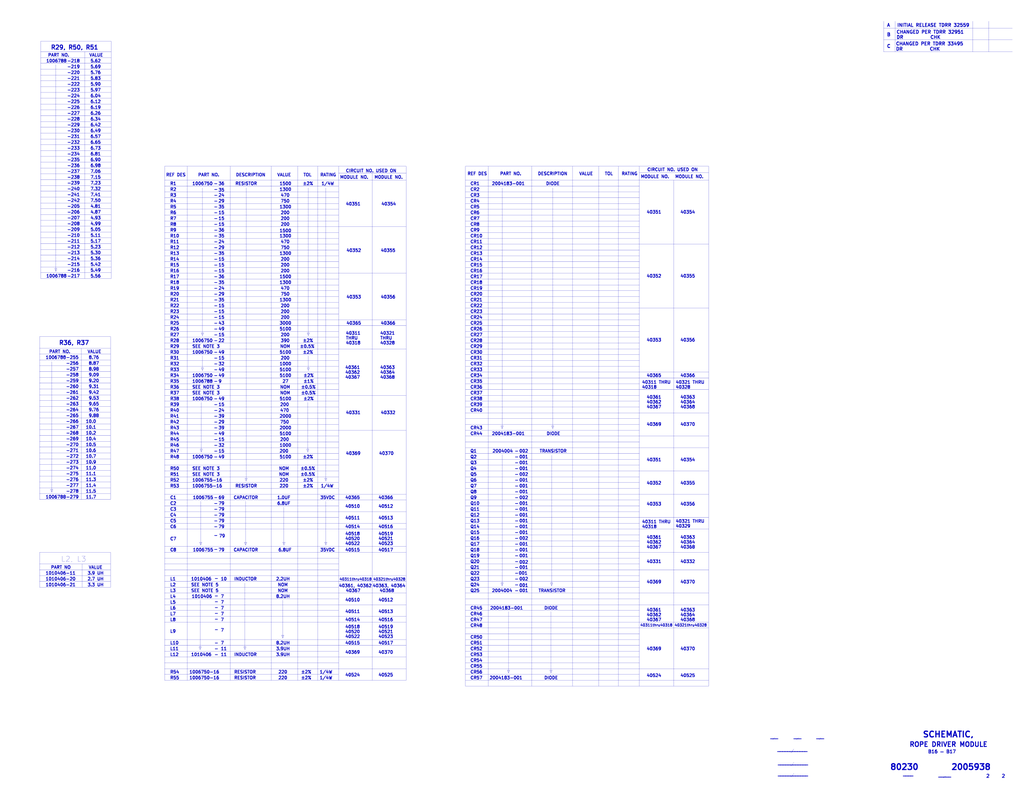
<source format=kicad_sch>
(kicad_sch (version 20211123) (generator eeschema)
  (paper "E")
  (polyline (pts (xy 337.82 363.5502) (xy 336.55 366.7252)) (stroke (width 0) (type solid)))
  (polyline (pts (xy 179.705 469.9) (xy 443.23 469.9)) (stroke (width 0) (type solid)))
  (polyline (pts (xy 508 539.75) (xy 773.43 539.75)) (stroke (width 0) (type solid)))
  (polyline (pts (xy 508 622.3) (xy 773.43 622.3)) (stroke (width 0) (type solid)))
  (polyline (pts (xy 43.18 501.015) (xy 120.65 501.015)) (stroke (width 0) (type solid)))
  (polyline (pts (xy 508 730.25) (xy 773.43 730.25)) (stroke (width 0) (type solid)))
  (polyline (pts (xy 735.33 196.85) (xy 735.33 749.3)) (stroke (width 0) (type solid)))
  (polyline (pts (xy 309.88 595.3252) (xy 308.61 592.1502)) (stroke (width 0) (type solid)))
  (polyline (pts (xy 308.61 696.595) (xy 308.61 655.32)) (stroke (width 0) (type solid)))
  (polyline (pts (xy 179.705 444.5) (xy 369.57 444.5)) (stroke (width 0) (type solid)))
  (polyline (pts (xy 369.57 189.23) (xy 443.23 189.23)) (stroke (width 0) (type solid)))
  (polyline (pts (xy 556.26 731.8502) (xy 554.99 735.0252)) (stroke (width 0) (type solid)))
  (polyline (pts (xy 508 438.15) (xy 697.865 438.15)) (stroke (width 0) (type solid)))
  (polyline (pts (xy 355.6 524.51) (xy 355.6 205.105)) (stroke (width 0) (type solid)))
  (polyline (pts (xy 335.28 401.6502) (xy 337.82 401.6502)) (stroke (width 0) (type solid)))
  (polyline (pts (xy 179.705 723.9) (xy 369.57 723.9)) (stroke (width 0) (type solid)))
  (polyline (pts (xy 179.705 673.1) (xy 443.23 673.1)) (stroke (width 0) (type solid)))
  (polyline (pts (xy 336.55 403.86) (xy 336.55 388.62)) (stroke (width 0) (type solid)))
  (polyline (pts (xy 268.605 524.51) (xy 268.605 205.105)) (stroke (width 0) (type solid)))
  (polyline (pts (xy 508 215.9) (xy 697.865 215.9)) (stroke (width 0) (type solid)))
  (polyline (pts (xy 56.515 394.97) (xy 56.515 537.21)) (stroke (width 0) (type solid)))
  (polyline (pts (xy 179.705 495.3) (xy 369.57 495.3)) (stroke (width 0) (type solid)))
  (polyline (pts (xy 267.97 595.3252) (xy 266.7 592.1502)) (stroke (width 0) (type solid)))
  (polyline (pts (xy 508 463.55) (xy 697.865 463.55)) (stroke (width 0) (type solid)))
  (polyline (pts (xy 179.705 285.75) (xy 369.57 285.75)) (stroke (width 0) (type solid)))
  (polyline (pts (xy 508 330.2) (xy 697.865 330.2)) (stroke (width 0) (type solid)))
  (polyline (pts (xy 508 711.2) (xy 697.865 711.2)) (stroke (width 0) (type solid)))
  (polyline (pts (xy 508 400.05) (xy 697.865 400.05)) (stroke (width 0) (type solid)))
  (polyline (pts (xy 121.285 45.085) (xy 121.285 304.165)) (stroke (width 0) (type solid)))
  (polyline (pts (xy 603.25 467.36) (xy 603.25 205.105)) (stroke (width 0) (type solid)))
  (polyline (pts (xy 179.705 666.75) (xy 369.57 666.75)) (stroke (width 0) (type solid)))
  (polyline (pts (xy 43.18 367.665) (xy 120.65 367.665)) (stroke (width 0) (type solid)))
  (polyline (pts (xy 179.705 520.7) (xy 369.57 520.7)) (stroke (width 0) (type solid)))
  (polyline (pts (xy 337.185 490.5502) (xy 335.915 493.7252)) (stroke (width 0) (type solid)))
  (polyline (pts (xy 508 469.9) (xy 697.865 469.9)) (stroke (width 0) (type solid)))
  (polyline (pts (xy 44.45 113.665) (xy 121.285 113.665)) (stroke (width 0) (type solid)))
  (polyline (pts (xy 59.69 293.0652) (xy 62.23 293.0652)) (stroke (width 0) (type solid)))
  (polyline (pts (xy 508 717.55) (xy 697.865 717.55)) (stroke (width 0) (type solid)))
  (polyline (pts (xy 508 317.5) (xy 697.865 317.5)) (stroke (width 0) (type solid)))
  (polyline (pts (xy 508 234.95) (xy 697.865 234.95)) (stroke (width 0) (type solid)))
  (polyline (pts (xy 267.335 522.3002) (xy 269.875 522.3002)) (stroke (width 0) (type solid)))
  (polyline (pts (xy 964.438 30.734) (xy 1104.9 30.734)) (stroke (width 0) (type solid)))
  (polyline (pts (xy 179.705 641.35) (xy 369.57 641.35)) (stroke (width 0) (type solid)))
  (polyline (pts (xy 179.705 717.55) (xy 443.23 717.55)) (stroke (width 0) (type solid)))
  (polyline (pts (xy 43.18 380.365) (xy 120.65 380.365)) (stroke (width 0) (type solid)))
  (polyline (pts (xy 508 704.85) (xy 697.865 704.85)) (stroke (width 0) (type solid)))
  (polyline (pts (xy 43.18 488.315) (xy 120.65 488.315)) (stroke (width 0) (type solid)))
  (polyline (pts (xy 863.1682 849.0966) (xy 866.3432 844.6516)) (stroke (width 0) (type solid)))
  (polyline (pts (xy 43.18 628.65) (xy 120.65 628.65)) (stroke (width 0) (type solid)))
  (polyline (pts (xy 219.075 595.3252) (xy 217.805 592.1502)) (stroke (width 0) (type solid)))
  (polyline (pts (xy 222.25 401.6502) (xy 220.98 404.8252)) (stroke (width 0) (type solid)))
  (polyline (pts (xy 44.45 151.765) (xy 121.285 151.765)) (stroke (width 0) (type solid)))
  (polyline (pts (xy 43.18 386.715) (xy 120.65 386.715)) (stroke (width 0) (type solid)))
  (polyline (pts (xy 179.705 622.3) (xy 369.57 622.3)) (stroke (width 0) (type solid)))
  (polyline (pts (xy 220.98 366.7252) (xy 219.71 363.5502)) (stroke (width 0) (type solid)))
  (polyline (pts (xy 508 673.1) (xy 697.865 673.1)) (stroke (width 0) (type solid)))
  (polyline (pts (xy 179.705 552.45) (xy 369.57 552.45)) (stroke (width 0) (type solid)))
  (polyline (pts (xy 603.25 468.3252) (xy 601.98 465.1502)) (stroke (width 0) (type solid)))
  (polyline (pts (xy 554.99 668.02) (xy 554.99 734.695)) (stroke (width 0) (type solid)))
  (polyline (pts (xy 869.5182 807.8216) (xy 871.4232 805.2816)) (stroke (width 0) (type solid)))
  (polyline (pts (xy 43.18 513.715) (xy 120.65 513.715)) (stroke (width 0) (type solid)))
  (polyline (pts (xy 508 615.95) (xy 697.865 615.95)) (stroke (width 0) (type solid)))
  (polyline (pts (xy 43.18 532.765) (xy 120.65 532.765)) (stroke (width 0) (type solid)))
  (polyline (pts (xy 508 285.75) (xy 697.865 285.75)) (stroke (width 0) (type solid)))
  (polyline (pts (xy 1061.7962 23.1902) (xy 1061.7962 56.5658)) (stroke (width 0) (type solid)))
  (polyline (pts (xy 508 181.61) (xy 508 749.3)) (stroke (width 0) (type solid)))
  (polyline (pts (xy 43.18 405.765) (xy 120.65 405.765)) (stroke (width 0) (type solid)))
  (polyline (pts (xy 44.45 189.865) (xy 121.285 189.865)) (stroke (width 0) (type solid)))
  (polyline (pts (xy 267.97 594.995) (xy 267.97 547.37)) (stroke (width 0) (type solid)))
  (polyline (pts (xy 44.45 170.815) (xy 121.285 170.815)) (stroke (width 0) (type solid)))
  (polyline (pts (xy 179.705 247.65) (xy 443.23 247.65)) (stroke (width 0) (type solid)))
  (polyline (pts (xy 179.705 431.8) (xy 443.23 431.8)) (stroke (width 0) (type solid)))
  (polyline (pts (xy 508 495.3) (xy 697.865 495.3)) (stroke (width 0) (type solid)))
  (polyline (pts (xy 43.18 393.065) (xy 120.65 393.065)) (stroke (width 0) (type solid)))
  (polyline (pts (xy 220.98 403.86) (xy 220.98 388.62)) (stroke (width 0) (type solid)))
  (polyline (pts (xy 179.705 450.85) (xy 369.57 450.85)) (stroke (width 0) (type solid)))
  (polyline (pts (xy 179.705 387.35) (xy 369.57 387.35)) (stroke (width 0) (type solid)))
  (polyline (pts (xy 355.6 594.36) (xy 355.6 547.37)) (stroke (width 0) (type solid)))
  (polyline (pts (xy 217.805 592.1502) (xy 220.345 592.1502)) (stroke (width 0) (type solid)))
  (polyline (pts (xy 44.45 81.915) (xy 121.285 81.915)) (stroke (width 0) (type solid)))
  (polyline (pts (xy 43.18 494.665) (xy 120.65 494.665)) (stroke (width 0) (type solid)))
  (polyline (pts (xy 508 628.65) (xy 697.865 628.65)) (stroke (width 0) (type solid)))
  (polyline (pts (xy 222.25 363.5502) (xy 220.98 366.7252)) (stroke (width 0) (type solid)))
  (polyline (pts (xy 179.705 698.5) (xy 443.23 698.5)) (stroke (width 0) (type solid)))
  (polyline (pts (xy 295.91 181.61) (xy 295.91 742.95)) (stroke (width 0) (type solid)))
  (polyline (pts (xy 219.71 363.5502) (xy 222.25 363.5502)) (stroke (width 0) (type solid)))
  (polyline (pts (xy 266.065 706.4502) (xy 268.605 706.4502)) (stroke (width 0) (type solid)))
  (polyline (pts (xy 508 304.8) (xy 697.865 304.8)) (stroke (width 0) (type solid)))
  (polyline (pts (xy 179.705 311.15) (xy 369.57 311.15)) (stroke (width 0) (type solid)))
  (polyline (pts (xy 219.71 706.4502) (xy 218.44 709.6252)) (stroke (width 0) (type solid)))
  (polyline (pts (xy 179.705 298.45) (xy 443.23 298.45)) (stroke (width 0) (type solid)))
  (polyline (pts (xy 44.45 221.615) (xy 121.285 221.615)) (stroke (width 0) (type solid)))
  (polyline (pts (xy 219.075 594.995) (xy 219.075 547.37)) (stroke (width 0) (type solid)))
  (polyline (pts (xy 508 520.7) (xy 697.865 520.7)) (stroke (width 0) (type solid)))
  (polyline (pts (xy 675.005 749.3) (xy 675.005 181.61)) (stroke (width 0) (type solid)))
  (polyline (pts (xy 57.785 534.3652) (xy 56.515 537.5402)) (stroke (width 0) (type solid)))
  (polyline (pts (xy 508 457.2) (xy 697.865 457.2)) (stroke (width 0) (type solid)))
  (polyline (pts (xy 179.705 181.61) (xy 179.705 742.95)) (stroke (width 0) (type solid)))
  (polyline (pts (xy 44.45 177.165) (xy 121.285 177.165)) (stroke (width 0) (type solid)))
  (polyline (pts (xy 179.705 571.5) (xy 443.23 571.5)) (stroke (width 0) (type solid)))
  (polyline (pts (xy 580.39 181.61) (xy 580.39 749.3)) (stroke (width 0) (type solid)))
  (polyline (pts (xy 219.71 493.395) (xy 219.71 439.42)) (stroke (width 0) (type solid)))
  (polyline (pts (xy 508 181.61) (xy 773.43 181.61)) (stroke (width 0) (type solid)))
  (polyline (pts (xy 179.705 488.95) (xy 369.57 488.95)) (stroke (width 0) (type solid)))
  (polyline (pts (xy 179.705 736.6) (xy 369.57 736.6)) (stroke (width 0) (type solid)))
  (polyline (pts (xy 44.45 259.715) (xy 121.285 259.715)) (stroke (width 0) (type solid)))
  (polyline (pts (xy 356.87 592.1502) (xy 355.6 595.3252)) (stroke (width 0) (type solid)))
  (polyline (pts (xy 218.44 490.5502) (xy 220.98 490.5502)) (stroke (width 0) (type solid)))
  (polyline (pts (xy 354.33 522.3002) (xy 356.87 522.3002)) (stroke (width 0) (type solid)))
  (polyline (pts (xy 508 444.5) (xy 697.865 444.5)) (stroke (width 0) (type solid)))
  (polyline (pts (xy 179.705 368.3) (xy 369.57 368.3)) (stroke (width 0) (type solid)))
  (polyline (pts (xy 179.705 228.6) (xy 369.57 228.6)) (stroke (width 0) (type solid)))
  (polyline (pts (xy 44.45 304.165) (xy 121.285 304.165)) (stroke (width 0) (type solid)))
  (polyline (pts (xy 508 660.4) (xy 773.43 660.4)) (stroke (width 0) (type solid)))
  (polyline (pts (xy 268.605 525.4752) (xy 267.335 522.3002)) (stroke (width 0) (type solid)))
  (polyline (pts (xy 44.45 62.865) (xy 121.285 62.865)) (stroke (width 0) (type solid)))
  (polyline (pts (xy 44.45 69.215) (xy 121.285 69.215)) (stroke (width 0) (type solid)))
  (polyline (pts (xy 44.45 227.965) (xy 121.285 227.965)) (stroke (width 0) (type solid)))
  (polyline (pts (xy 508 266.7) (xy 773.43 266.7)) (stroke (width 0) (type solid)))
  (polyline (pts (xy 179.705 508) (xy 369.57 508)) (stroke (width 0) (type solid)))
  (polyline (pts (xy 532.765 749.3) (xy 532.765 181.61)) (stroke (width 0) (type solid)))
  (polyline (pts (xy 179.705 742.95) (xy 443.23 742.95)) (stroke (width 0) (type solid)))
  (polyline (pts (xy 179.705 317.5) (xy 369.57 317.5)) (stroke (width 0) (type solid)))
  (polyline (pts (xy 217.17 706.4502) (xy 219.71 706.4502)) (stroke (width 0) (type solid)))
  (polyline (pts (xy 508 647.7) (xy 773.43 647.7)) (stroke (width 0) (type solid)))
  (polyline (pts (xy 218.44 709.6252) (xy 217.17 706.4502)) (stroke (width 0) (type solid)))
  (polyline (pts (xy 179.705 304.8) (xy 369.57 304.8)) (stroke (width 0) (type solid)))
  (polyline (pts (xy 311.15 592.1502) (xy 309.88 595.3252)) (stroke (width 0) (type solid)))
  (polyline (pts (xy 508 577.85) (xy 773.43 577.85)) (stroke (width 0) (type solid)))
  (polyline (pts (xy 60.96 296.545) (xy 60.96 70.485)) (stroke (width 0) (type solid)))
  (polyline (pts (xy 773.43 181.61) (xy 773.43 749.3)) (stroke (width 0) (type solid)))
  (polyline (pts (xy 508 387.35) (xy 697.865 387.35)) (stroke (width 0) (type solid)))
  (polyline (pts (xy 508 361.95) (xy 697.865 361.95)) (stroke (width 0) (type solid)))
  (polyline (pts (xy 44.45 215.265) (xy 121.285 215.265)) (stroke (width 0) (type solid)))
  (polyline (pts (xy 43.18 431.165) (xy 120.65 431.165)) (stroke (width 0) (type solid)))
  (polyline (pts (xy 549.275 636.6002) (xy 548.005 639.7752)) (stroke (width 0) (type solid)))
  (polyline (pts (xy 179.705 635) (xy 443.23 635)) (stroke (width 0) (type solid)))
  (polyline (pts (xy 44.45 132.715) (xy 121.285 132.715)) (stroke (width 0) (type solid)))
  (polyline (pts (xy 335.915 493.7252) (xy 334.645 490.5502)) (stroke (width 0) (type solid)))
  (polyline (pts (xy 309.88 693.7502) (xy 308.61 696.9252)) (stroke (width 0) (type solid)))
  (polyline (pts (xy 179.705 355.6) (xy 443.23 355.6)) (stroke (width 0) (type solid)))
  (polyline (pts (xy 508 723.9) (xy 697.865 723.9)) (stroke (width 0) (type solid)))
  (polyline (pts (xy 44.45 139.065) (xy 121.285 139.065)) (stroke (width 0) (type solid)))
  (polyline (pts (xy 179.705 704.85) (xy 443.23 704.85)) (stroke (width 0) (type solid)))
  (polyline (pts (xy 600.71 636.6002) (xy 603.25 636.6002)) (stroke (width 0) (type solid)))
  (polyline (pts (xy 179.705 514.35) (xy 369.57 514.35)) (stroke (width 0) (type solid)))
  (polyline (pts (xy 406.4 189.23) (xy 406.4 742.95)) (stroke (width 0) (type solid)))
  (polyline (pts (xy 44.45 278.765) (xy 121.285 278.765)) (stroke (width 0) (type solid)))
  (polyline (pts (xy 508 349.25) (xy 697.865 349.25)) (stroke (width 0) (type solid)))
  (polyline (pts (xy 179.705 730.25) (xy 443.23 730.25)) (stroke (width 0) (type solid)))
  (polyline (pts (xy 843.4832 807.8216) (xy 845.3882 805.2816)) (stroke (width 0) (type solid)))
  (polyline (pts (xy 508 254) (xy 697.865 254)) (stroke (width 0) (type solid)))
  (polyline (pts (xy 44.45 158.115) (xy 121.285 158.115)) (stroke (width 0) (type solid)))
  (polyline (pts (xy 179.705 400.05) (xy 369.57 400.05)) (stroke (width 0) (type solid)))
  (polyline (pts (xy 43.18 622.3) (xy 120.65 622.3)) (stroke (width 0) (type solid)))
  (polyline (pts (xy 508 273.05) (xy 697.865 273.05)) (stroke (width 0) (type solid)))
  (polyline (pts (xy 553.72 731.8502) (xy 556.26 731.8502)) (stroke (width 0) (type solid)))
  (polyline (pts (xy 55.245 534.3652) (xy 57.785 534.3652)) (stroke (width 0) (type solid)))
  (polyline (pts (xy 309.88 594.36) (xy 309.88 553.72)) (stroke (width 0) (type solid)))
  (polyline (pts (xy 219.71 493.7252) (xy 218.44 490.5502)) (stroke (width 0) (type solid)))
  (polyline (pts (xy 179.705 393.7) (xy 369.57 393.7)) (stroke (width 0) (type solid)))
  (polyline (pts (xy 508 742.95) (xy 773.43 742.95)) (stroke (width 0) (type solid)))
  (polyline (pts (xy 179.705 425.45) (xy 369.57 425.45)) (stroke (width 0) (type solid)))
  (polyline (pts (xy 697.865 188.595) (xy 773.43 188.595)) (stroke (width 0) (type solid)))
  (polyline (pts (xy 179.705 273.05) (xy 369.57 273.05)) (stroke (width 0) (type solid)))
  (polyline (pts (xy 44.45 75.565) (xy 121.285 75.565)) (stroke (width 0) (type solid)))
  (polyline (pts (xy 218.44 708.66) (xy 218.44 655.32)) (stroke (width 0) (type solid)))
  (polyline (pts (xy 179.705 533.4) (xy 369.57 533.4)) (stroke (width 0) (type solid)))
  (polyline (pts (xy 508 596.9) (xy 697.865 596.9)) (stroke (width 0) (type solid)))
  (polyline (pts (xy 44.45 208.915) (xy 121.285 208.915)) (stroke (width 0) (type solid)))
  (polyline (pts (xy 601.345 735.0252) (xy 600.075 731.8502)) (stroke (width 0) (type solid)))
  (polyline (pts (xy 219.71 401.6502) (xy 222.25 401.6502)) (stroke (width 0) (type solid)))
  (polyline (pts (xy 976.8586 23.1902) (xy 976.8586 56.5658)) (stroke (width 0) (type solid)))
  (polyline (pts (xy 269.875 522.3002) (xy 268.605 525.4752)) (stroke (width 0) (type solid)))
  (polyline (pts (xy 179.705 565.15) (xy 369.57 565.15)) (stroke (width 0) (type solid)))
  (polyline (pts (xy 43.18 475.615) (xy 120.65 475.615)) (stroke (width 0) (type solid)))
  (polyline (pts (xy 508 209.55) (xy 697.865 209.55)) (stroke (width 0) (type solid)))
  (polyline (pts (xy 308.61 592.1502) (xy 311.15 592.1502)) (stroke (width 0) (type solid)))
  (polyline (pts (xy 508 666.75) (xy 697.865 666.75)) (stroke (width 0) (type solid)))
  (polyline (pts (xy 508 298.45) (xy 697.865 298.45)) (stroke (width 0) (type solid)))
  (polyline (pts (xy 508 222.25) (xy 697.865 222.25)) (stroke (width 0) (type solid)))
  (polyline (pts (xy 88.9 545.465) (xy 88.9 380.365)) (stroke (width 0) (type solid)))
  (polyline (pts (xy 44.45 145.415) (xy 121.285 145.415)) (stroke (width 0) (type solid)))
  (polyline (pts (xy 179.705 628.65) (xy 443.23 628.65)) (stroke (width 0) (type solid)))
  (polyline (pts (xy 600.075 731.8502) (xy 602.615 731.8502)) (stroke (width 0) (type solid)))
  (polyline (pts (xy 334.645 490.5502) (xy 337.185 490.5502)) (stroke (width 0) (type solid)))
  (polyline (pts (xy 548.005 467.995) (xy 548.005 205.105)) (stroke (width 0) (type solid)))
  (polyline (pts (xy 325.12 742.95) (xy 325.12 181.61)) (stroke (width 0) (type solid)))
  (polyline (pts (xy 43.18 443.865) (xy 120.65 443.865)) (stroke (width 0) (type solid)))
  (polyline (pts (xy 179.705 254) (xy 369.57 254)) (stroke (width 0) (type solid)))
  (polyline (pts (xy 43.18 545.465) (xy 120.65 545.465)) (stroke (width 0) (type solid)))
  (polyline (pts (xy 601.98 639.7752) (xy 600.71 636.6002)) (stroke (width 0) (type solid)))
  (polyline (pts (xy 179.705 215.9) (xy 369.57 215.9)) (stroke (width 0) (type solid)))
  (polyline (pts (xy 43.18 462.915) (xy 120.65 462.915)) (stroke (width 0) (type solid)))
  (polyline (pts (xy 508 323.85) (xy 697.865 323.85)) (stroke (width 0) (type solid)))
  (polyline (pts (xy 508 590.55) (xy 697.865 590.55)) (stroke (width 0) (type solid)))
  (polyline (pts (xy 697.865 181.61) (xy 697.865 749.3)) (stroke (width 0) (type solid)))
  (polyline (pts (xy 508 431.8) (xy 697.865 431.8)) (stroke (width 0) (type solid)))
  (polyline (pts (xy 964.438 43.561) (xy 1104.9 43.561)) (stroke (width 0) (type solid)))
  (polyline (pts (xy 179.705 419.1) (xy 369.57 419.1)) (stroke (width 0) (type solid)))
  (polyline (pts (xy 179.705 603.25) (xy 443.23 603.25)) (stroke (width 0) (type solid)))
  (polyline (pts (xy 179.705 266.7) (xy 369.57 266.7)) (stroke (width 0) (type solid)))
  (polyline (pts (xy 894.2832 807.8216) (xy 896.1882 805.2816)) (stroke (width 0) (type solid)))
  (polyline (pts (xy 601.98 465.1502) (xy 604.52 465.1502)) (stroke (width 0) (type solid)))
  (polyline (pts (xy 508 558.8) (xy 697.865 558.8)) (stroke (width 0) (type solid)))
  (polyline (pts (xy 179.705 463.55) (xy 369.57 463.55)) (stroke (width 0) (type solid)))
  (polyline (pts (xy 508 749.3) (xy 773.43 749.3)) (stroke (width 0) (type solid)))
  (polyline (pts (xy 508 508) (xy 697.865 508)) (stroke (width 0) (type solid)))
  (polyline (pts (xy 43.18 507.365) (xy 120.65 507.365)) (stroke (width 0) (type solid)))
  (polyline (pts (xy 179.705 577.85) (xy 443.23 577.85)) (stroke (width 0) (type solid)))
  (polyline (pts (xy 179.705 457.2) (xy 369.57 457.2)) (stroke (width 0) (type solid)))
  (polyline (pts (xy 220.98 404.8252) (xy 219.71 401.6502)) (stroke (width 0) (type solid)))
  (polyline (pts (xy 60.96 296.2402) (xy 59.69 293.0652)) (stroke (width 0) (type solid)))
  (polyline (pts (xy 269.24 592.1502) (xy 267.97 595.3252)) (stroke (width 0) (type solid)))
  (polyline (pts (xy 179.705 596.9) (xy 443.23 596.9)) (stroke (width 0) (type solid)))
  (polyline (pts (xy 179.705 381) (xy 443.23 381)) (stroke (width 0) (type solid)))
  (polyline (pts (xy 508 374.65) (xy 697.865 374.65)) (stroke (width 0) (type solid)))
  (polyline (pts (xy 179.705 260.35) (xy 369.57 260.35)) (stroke (width 0) (type solid)))
  (polyline (pts (xy 179.705 539.75) (xy 443.23 539.75)) (stroke (width 0) (type solid)))
  (polyline (pts (xy 508 241.3) (xy 697.865 241.3)) (stroke (width 0) (type solid)))
  (polyline (pts (xy 251.46 742.95) (xy 251.46 181.61)) (stroke (width 0) (type solid)))
  (polyline (pts (xy 43.18 520.065) (xy 120.65 520.065)) (stroke (width 0) (type solid)))
  (polyline (pts (xy 44.45 234.315) (xy 121.285 234.315)) (stroke (width 0) (type solid)))
  (polyline (pts (xy 179.705 654.05) (xy 369.57 654.05)) (stroke (width 0) (type solid)))
  (polyline (pts (xy 43.18 437.515) (xy 120.65 437.515)) (stroke (width 0) (type solid)))
  (polyline (pts (xy 43.18 412.115) (xy 120.65 412.115)) (stroke (width 0) (type solid)))
  (polyline (pts (xy 508 546.1) (xy 697.865 546.1)) (stroke (width 0) (type solid)))
  (polyline (pts (xy 601.345 668.02) (xy 601.345 734.06)) (stroke (width 0) (type solid)))
  (polyline (pts (xy 44.45 253.365) (xy 121.285 253.365)) (stroke (width 0) (type solid)))
  (polyline (pts (xy 369.57 181.61) (xy 369.57 742.95)) (stroke (width 0) (type solid)))
  (polyline (pts (xy 508 679.45) (xy 773.43 679.45)) (stroke (width 0) (type solid)))
  (polyline (pts (xy 179.705 203.2) (xy 369.57 203.2)) (stroke (width 0) (type solid)))
  (polyline (pts (xy 43.18 450.215) (xy 120.65 450.215)) (stroke (width 0) (type solid)))
  (polyline (pts (xy 179.705 234.95) (xy 369.57 234.95)) (stroke (width 0) (type solid)))
  (polyline (pts (xy 508 533.4) (xy 697.865 533.4)) (stroke (width 0) (type solid)))
  (polyline (pts (xy 508 355.6) (xy 697.865 355.6)) (stroke (width 0) (type solid)))
  (polyline (pts (xy 508 641.35) (xy 697.865 641.35)) (stroke (width 0) (type solid)))
  (polyline (pts (xy 603.25 636.6002) (xy 601.98 639.7752)) (stroke (width 0) (type solid)))
  (polyline (pts (xy 179.705 292.1) (xy 369.57 292.1)) (stroke (width 0) (type solid)))
  (polyline (pts (xy 43.18 526.415) (xy 120.65 526.415)) (stroke (width 0) (type solid)))
  (polyline (pts (xy 179.705 412.75) (xy 369.57 412.75)) (stroke (width 0) (type solid)))
  (polyline (pts (xy 220.345 592.1502) (xy 219.075 595.3252)) (stroke (width 0) (type solid)))
  (polyline (pts (xy 92.71 56.515) (xy 92.71 304.165)) (stroke (width 0) (type solid)))
  (polyline (pts (xy 508 279.4) (xy 697.865 279.4)) (stroke (width 0) (type solid)))
  (polyline (pts (xy 44.45 56.515) (xy 121.285 56.515)) (stroke (width 0) (type solid)))
  (polyline (pts (xy 44.45 297.815) (xy 121.285 297.815)) (stroke (width 0) (type solid)))
  (polyline (pts (xy 508 228.6) (xy 697.865 228.6)) (stroke (width 0) (type solid)))
  (polyline (pts (xy 308.61 696.9252) (xy 307.34 693.7502)) (stroke (width 0) (type solid)))
  (polyline (pts (xy 554.99 735.0252) (xy 553.72 731.8502)) (stroke (width 0) (type solid)))
  (polyline (pts (xy 179.705 279.4) (xy 369.57 279.4)) (stroke (width 0) (type solid)))
  (polyline (pts (xy 356.87 522.3002) (xy 355.6 525.4752)) (stroke (width 0) (type solid)))
  (polyline (pts (xy 44.45 291.465) (xy 121.285 291.465)) (stroke (width 0) (type solid)))
  (polyline (pts (xy 43.18 603.25) (xy 120.65 603.25)) (stroke (width 0) (type solid)))
  (polyline (pts (xy 508 635) (xy 697.865 635)) (stroke (width 0) (type solid)))
  (polyline (pts (xy 508 381) (xy 697.865 381)) (stroke (width 0) (type solid)))
  (polyline (pts (xy 337.82 401.6502) (xy 336.55 404.8252)) (stroke (width 0) (type solid)))
  (polyline (pts (xy 179.705 501.65) (xy 369.57 501.65)) (stroke (width 0) (type solid)))
  (polyline (pts (xy 179.705 406.4) (xy 369.57 406.4)) (stroke (width 0) (type solid)))
  (polyline (pts (xy 508 311.15) (xy 697.865 311.15)) (stroke (width 0) (type solid)))
  (polyline (pts (xy 549.275 465.1502) (xy 548.005 468.3252)) (stroke (width 0) (type solid)))
  (polyline (pts (xy 508 565.15) (xy 773.43 565.15)) (stroke (width 0) (type solid)))
  (polyline (pts (xy 508 393.7) (xy 697.865 393.7)) (stroke (width 0) (type solid)))
  (polyline (pts (xy 120.65 367.665) (xy 120.65 545.465)) (stroke (width 0) (type solid)))
  (polyline (pts (xy 179.705 336.55) (xy 369.57 336.55)) (stroke (width 0) (type solid)))
  (polyline (pts (xy 44.45 304.165) (xy 44.45 45.085)) (stroke (width 0) (type solid)))
  (polyline (pts (xy 179.705 209.55) (xy 369.57 209.55)) (stroke (width 0) (type solid)))
  (polyline (pts (xy 354.33 592.1502) (xy 356.87 592.1502)) (stroke (width 0) (type solid)))
  (polyline (pts (xy 508 425.45) (xy 773.43 425.45)) (stroke (width 0) (type solid)))
  (polyline (pts (xy 267.335 708.66) (xy 267.335 636.905)) (stroke (width 0) (type solid)))
  (polyline (pts (xy 268.605 706.4502) (xy 267.335 709.6252)) (stroke (width 0) (type solid)))
  (polyline (pts (xy 267.335 709.6252) (xy 266.065 706.4502)) (stroke (width 0) (type solid)))
  (polyline (pts (xy 43.18 418.465) (xy 120.65 418.465)) (stroke (width 0) (type solid)))
  (polyline (pts (xy 508 368.3) (xy 697.865 368.3)) (stroke (width 0) (type solid)))
  (polyline (pts (xy 508 292.1) (xy 697.865 292.1)) (stroke (width 0) (type solid)))
  (polyline (pts (xy 179.705 330.2) (xy 369.57 330.2)) (stroke (width 0) (type solid)))
  (polyline (pts (xy 307.34 693.7502) (xy 309.88 693.7502)) (stroke (width 0) (type solid)))
  (polyline (pts (xy 508 736.6) (xy 697.865 736.6)) (stroke (width 0) (type solid)))
  (polyline (pts (xy 179.705 527.05) (xy 369.57 527.05)) (stroke (width 0) (type solid)))
  (polyline (pts (xy 266.7 592.1502) (xy 269.24 592.1502)) (stroke (width 0) (type solid)))
  (polyline (pts (xy 43.18 367.665) (xy 43.18 545.465)) (stroke (width 0) (type solid)))
  (polyline (pts (xy 336.55 404.8252) (xy 335.28 401.6502)) (stroke (width 0) (type solid)))
  (polyline (pts (xy 179.705 615.95) (xy 369.57 615.95)) (stroke (width 0) (type solid)))
  (polyline (pts (xy 120.65 603.25) (xy 120.65 641.35)) (stroke (width 0) (type solid)))
  (polyline (pts (xy 443.23 181.61) (xy 443.23 742.95)) (stroke (width 0) (type solid)))
  (polyline (pts (xy 964.3872 56.5658) (xy 1104.9762 56.5658)) (stroke (width 0) (type solid)))
  (polyline (pts (xy 179.705 679.45) (xy 443.23 679.45)) (stroke (width 0) (type solid)))
  (polyline (pts (xy 43.18 539.115) (xy 120.65 539.115)) (stroke (width 0) (type solid)))
  (polyline (pts (xy 1079.246 23.1902) (xy 1079.246 56.5658)) (stroke (width 0) (type solid)))
  (polyline (pts (xy 508 247.65) (xy 697.865 247.65)) (stroke (width 0) (type solid)))
  (polyline (pts (xy 508 514.35) (xy 773.43 514.35)) (stroke (width 0) (type solid)))
  (polyline (pts (xy 508 336.55) (xy 773.43 336.55)) (stroke (width 0) (type solid)))
  (polyline (pts (xy 179.705 711.2) (xy 369.57 711.2)) (stroke (width 0) (type solid)))
  (polyline (pts (xy 179.705 323.85) (xy 369.57 323.85)) (stroke (width 0) (type solid)))
  (polyline (pts (xy 508 584.2) (xy 697.865 584.2)) (stroke (width 0) (type solid)))
  (polyline (pts (xy 43.18 635) (xy 120.65 635)) (stroke (width 0) (type solid)))
  (polyline (pts (xy 508 692.15) (xy 697.865 692.15)) (stroke (width 0) (type solid)))
  (polyline (pts (xy 43.18 481.965) (xy 120.65 481.965)) (stroke (width 0) (type solid)))
  (polyline (pts (xy 179.705 222.25) (xy 369.57 222.25)) (stroke (width 0) (type solid)))
  (polyline (pts (xy 602.615 731.8502) (xy 601.345 735.0252)) (stroke (width 0) (type solid)))
  (polyline (pts (xy 863.1682 822.4266) (xy 866.3432 817.9816)) (stroke (width 0) (type solid)))
  (polyline (pts (xy 508 450.85) (xy 773.43 450.85)) (stroke (width 0) (type solid)))
  (polyline (pts (xy 508 609.6) (xy 697.865 609.6)) (stroke (width 0) (type solid)))
  (polyline (pts (xy 548.005 639.7752) (xy 546.735 636.6002)) (stroke (width 0) (type solid)))
  (polyline (pts (xy 508 527.05) (xy 697.865 527.05)) (stroke (width 0) (type solid)))
  (polyline (pts (xy 335.915 492.76) (xy 335.915 439.42)) (stroke (width 0) (type solid)))
  (polyline (pts (xy 508 412.75) (xy 773.43 412.75)) (stroke (width 0) (type solid)))
  (polyline (pts (xy 508 654.05) (xy 697.865 654.05)) (stroke (width 0) (type solid)))
  (polyline (pts (xy 508 488.95) (xy 773.43 488.95)) (stroke (width 0) (type solid)))
  (polyline (pts (xy 604.52 465.1502) (xy 603.25 468.3252)) (stroke (width 0) (type solid)))
  (polyline (pts (xy 508 698.5) (xy 697.865 698.5)) (stroke (width 0) (type solid)))
  (polyline (pts (xy 508 603.25) (xy 773.43 603.25)) (stroke (width 0) (type solid)))
  (polyline (pts (xy 44.45 240.665) (xy 121.285 240.665)) (stroke (width 0) (type solid)))
  (polyline (pts (xy 43.18 615.95) (xy 120.65 615.95)) (stroke (width 0) (type solid)))
  (polyline (pts (xy 43.18 456.565) (xy 120.65 456.565)) (stroke (width 0) (type solid)))
  (polyline (pts (xy 546.735 465.1502) (xy 549.275 465.1502)) (stroke (width 0) (type solid)))
  (polyline (pts (xy 336.55 366.7252) (xy 335.28 363.5502)) (stroke (width 0) (type solid)))
  (polyline (pts (xy 624.84 749.3) (xy 624.84 181.61)) (stroke (width 0) (type solid)))
  (polyline (pts (xy 44.45 100.965) (xy 121.285 100.965)) (stroke (width 0) (type solid)))
  (polyline (pts (xy 179.705 546.1) (xy 443.23 546.1)) (stroke (width 0) (type solid)))
  (polyline (pts (xy 546.735 636.6002) (xy 549.275 636.6002)) (stroke (width 0) (type solid)))
  (polyline (pts (xy 508 552.45) (xy 697.865 552.45)) (stroke (width 0) (type solid)))
  (polyline (pts (xy 62.23 293.0652) (xy 60.96 296.2402)) (stroke (width 0) (type solid)))
  (polyline (pts (xy 653.415 181.61) (xy 653.415 749.3)) (stroke (width 0) (type solid)))
  (polyline (pts (xy 508 196.85) (xy 773.43 196.85)) (stroke (width 0) (type solid)))
  (polyline (pts (xy 43.18 399.415) (xy 120.65 399.415)) (stroke (width 0) (type solid)))
  (polyline (pts (xy 508 501.65) (xy 697.865 501.65)) (stroke (width 0) (type solid)))
  (polyline (pts (xy 44.45 94.615) (xy 121.285 94.615)) (stroke (width 0) (type solid)))
  (polyline (pts (xy 336.55 365.76) (xy 336.55 205.105)) (stroke (width 0) (type solid)))
  (polyline (pts (xy 179.705 647.7) (xy 443.23 647.7)) (stroke (width 0) (type solid)))
  (polyline (pts (xy 1029.5382 849.7316) (xy 1032.0782 847.1916)) (stroke (width 0) (type solid)))
  (polyline (pts (xy 56.515 537.5402) (xy 55.245 534.3652)) (stroke (width 0) (type solid)))
  (polyline (pts (xy 346.71 181.61) (xy 346.71 742.95)) (stroke (width 0) (type solid)))
  (polyline (pts (xy 179.705 660.4) (xy 443.23 660.4)) (stroke (width 0) (type solid)))
  (polyline (pts (xy 44.45 247.015) (xy 121.285 247.015)) (stroke (width 0) (type solid)))
  (polyline (pts (xy 220.98 490.5502) (xy 219.71 493.7252)) (stroke (width 0) (type solid)))
  (polyline (pts (xy 508 482.6) (xy 697.865 482.6)) (stroke (width 0) (type solid)))
  (polyline (pts (xy 179.705 476.25) (xy 369.57 476.25)) (stroke (width 0) (type solid)))
  (polyline (pts (xy 179.705 342.9) (xy 369.57 342.9)) (stroke (width 0) (type solid)))
  (polyline (pts (xy 89.535 615.95) (xy 89.535 641.35)) (stroke (width 0) (type solid)))
  (polyline (pts (xy 43.18 641.35) (xy 120.65 641.35)) (stroke (width 0) (type solid)))
  (polyline (pts (xy 601.98 639.445) (xy 601.98 497.205)) (stroke (width 0) (type solid)))
  (polyline (pts (xy 548.005 468.3252) (xy 546.735 465.1502)) (stroke (width 0) (type solid)))
  (polyline (pts (xy 44.45 196.215) (xy 121.285 196.215)) (stroke (width 0) (type solid)))
  (polyline (pts (xy 863.1682 837.0316) (xy 866.3432 832.5866)) (stroke (width 0) (type solid)))
  (polyline (pts (xy 508 342.9) (xy 697.865 342.9)) (stroke (width 0) (type solid)))
  (polyline (pts (xy 179.705 196.85) (xy 443.23 196.85)) (stroke (width 0) (type solid)))
  (polyline (pts (xy 179.705 361.95) (xy 369.57 361.95)) (stroke (width 0) (type solid)))
  (polyline (pts (xy 44.45 285.115) (xy 121.285 285.115)) (stroke (width 0) (type solid)))
  (polyline (pts (xy 179.705 349.25) (xy 443.23 349.25)) (stroke (width 0) (type solid)))
  (polyline (pts (xy 44.45 126.365) (xy 121.285 126.365)) (stroke (width 0) (type solid)))
  (polyline (pts (xy 355.6 525.4752) (xy 354.33 522.3002)) (stroke (width 0) (type solid)))
  (polyline (pts (xy 44.45 120.015) (xy 121.285 120.015)) (stroke (width 0) (type solid)))
  (polyline (pts (xy 355.6 595.3252) (xy 354.33 592.1502)) (stroke (width 0) (type solid)))
  (polyline (pts (xy 179.705 609.6) (xy 369.57 609.6)) (stroke (width 0) (type solid)))
  (polyline (pts (xy 179.705 438.15) (xy 369.57 438.15)) (stroke (width 0) (type solid)))
  (polyline (pts (xy 44.45 183.515) (xy 121.285 183.515)) (stroke (width 0) (type solid)))
  (polyline (pts (xy 508 476.25) (xy 773.43 476.25)) (stroke (width 0) (type solid)))
  (polyline (pts (xy 548.005 639.445) (xy 548.005 496.57)) (stroke (width 0) (type solid)))
  (polyline (pts (xy 179.705 181.61) (xy 443.23 181.61)) (stroke (width 0) (type solid)))
  (polyline (pts (xy 508 685.8) (xy 773.43 685.8)) (stroke (width 0) (type solid)))
  (polyline (pts (xy 179.705 374.65) (xy 369.57 374.65)) (stroke (width 0) (type solid)))
  (polyline (pts (xy 204.47 181.61) (xy 204.47 742.95)) (stroke (width 0) (type solid)))
  (polyline (pts (xy 43.18 469.265) (xy 120.65 469.265)) (stroke (width 0) (type solid)))
  (polyline (pts (xy 179.705 482.6) (xy 369.57 482.6)) (stroke (width 0) (type solid)))
  (polyline (pts (xy 44.45 272.415) (xy 121.285 272.415)) (stroke (width 0) (type solid)))
  (polyline (pts (xy 508 419.1) (xy 697.865 419.1)) (stroke (width 0) (type solid)))
  (polyline (pts (xy 508 571.5) (xy 697.865 571.5)) (stroke (width 0) (type solid)))
  (polyline (pts (xy 179.705 558.8) (xy 443.23 558.8)) (stroke (width 0) (type solid)))
  (polyline (pts (xy 44.45 45.085) (xy 121.285 45.085)) (stroke (width 0) (type solid)))
  (polyline (pts (xy 508 203.2) (xy 697.865 203.2)) (stroke (width 0) (type solid)))
  (polyline (pts (xy 220.98 365.76) (xy 220.98 205.105)) (stroke (width 0) (type solid)))
  (polyline (pts (xy 964.3872 23.1902) (xy 964.3872 56.5658)) (stroke (width 0) (type solid)))
  (polyline (pts (xy 44.45 107.315) (xy 121.285 107.315)) (stroke (width 0) (type solid)))
  (polyline (pts (xy 44.45 88.265) (xy 121.285 88.265)) (stroke (width 0) (type solid)))
  (polyline (pts (xy 508 406.4) (xy 773.43 406.4)) (stroke (width 0) (type solid)))
  (polyline (pts (xy 179.705 241.3) (xy 369.57 241.3)) (stroke (width 0) (type solid)))
  (polyline (pts (xy 44.45 202.565) (xy 121.285 202.565)) (stroke (width 0) (type solid)))
  (polyline (pts (xy 335.28 363.5502) (xy 337.82 363.5502)) (stroke (width 0) (type solid)))
  (polyline (pts (xy 43.18 603.25) (xy 43.18 641.35)) (stroke (width 0) (type solid)))
  (polyline (pts (xy 44.45 266.065) (xy 121.285 266.065)) (stroke (width 0) (type solid)))
  (polyline (pts (xy 43.18 424.815) (xy 120.65 424.815)) (stroke (width 0) (type solid)))
  (polyline (pts (xy 44.45 164.465) (xy 121.285 164.465)) (stroke (width 0) (type solid)))
  (polyline (pts (xy 508 260.35) (xy 697.865 260.35)) (stroke (width 0) (type solid)))
  (text "-230" (at 73.025 144.78 0) (effects (font (size 3.302 3.302) (thickness 0.6604) bold) (justify left bottom)))
  (text "10.9" (at 93.345 506.73 0) (effects (font (size 3.302 3.302) (thickness 0.6604) bold) (justify left bottom)))
  (text "Q21" (at 513.08 621.665 0) (effects (font (size 3.302 3.302) (thickness 0.6604) bold) (justify left bottom)))
  (text "-" (at 233.045 558.165 0) (effects (font (size 3.302 3.302) (thickness 0.6604) bold) (justify left bottom)))
  (text "DESCRIPTION" (at 257.175 193.04 0) (effects (font (size 3.302 3.302) (thickness 0.6604) bold) (justify left bottom)))
  (text "1300" (at 304.8 310.515 0) (effects (font (size 3.302 3.302) (thickness 0.6604) bold) (justify left bottom)))
  (text "4.99" (at 98.425 246.38 0) (effects (font (size 3.302 3.302) (thickness 0.6604) bold) (justify left bottom)))
  (text "CHANGED PER TDRR 32951\nDR           CHK" (at 978.154 42.926 0) (effects (font (size 3.556 3.556) (thickness 0.7112) bold) (justify left bottom)))
  (text "11.0" (at 93.345 513.08 0) (effects (font (size 3.302 3.302) (thickness 0.6604) bold) (justify left bottom)))
  (text "1010406" (at 208.28 716.915 0) (effects (font (size 3.302 3.302) (thickness 0.6604) bold) (justify left bottom)))
  (text "40363\n40364\n40368" (at 414.655 414.02 0) (effects (font (size 3.302 3.302) (thickness 0.6604) bold) (justify left bottom)))
  (text "R10" (at 185.42 259.715 0) (effects (font (size 3.302 3.302) (thickness 0.6604) bold) (justify left bottom)))
  (text "40352" (at 705.485 529.59 0) (effects (font (size 3.302 3.302) (thickness 0.6604) bold) (justify left bottom)))
  (text "43" (at 238.125 354.965 0) (effects (font (size 3.302 3.302) (thickness 0.6604) bold) (justify left bottom)))
  (text "40355" (at 742.315 529.59 0) (effects (font (size 3.302 3.302) (thickness 0.6604) bold) (justify left bottom)))
  (text "-227" (at 73.025 125.73 0) (effects (font (size 3.302 3.302) (thickness 0.6604) bold) (justify left bottom)))
  (text "R19" (at 185.42 316.865 0) (effects (font (size 3.302 3.302) (thickness 0.6604) bold) (justify left bottom)))
  (text "-" (at 233.045 221.615 0) (effects (font (size 3.302 3.302) (thickness 0.6604) bold) (justify left bottom)))
  (text "001" (at 566.42 539.115 0) (effects (font (size 3.302 3.302) (thickness 0.6604) bold) (justify left bottom)))
  (text "-240" (at 73.025 208.28 0) (effects (font (size 3.302 3.302) (thickness 0.6604) bold) (justify left bottom)))
  (text "-205" (at 73.025 227.33 0) (effects (font (size 3.302 3.302) (thickness 0.6604) bold) (justify left bottom)))
  (text "CR48" (at 513.08 685.165 0) (effects (font (size 3.302 3.302) (thickness 0.6604) bold) (justify left bottom)))
  (text "-269" (at 71.755 481.33 0) (effects (font (size 3.302 3.302) (thickness 0.6604) bold) (justify left bottom)))
  (text "-233" (at 73.025 163.83 0) (effects (font (size 3.302 3.302) (thickness 0.6604) bold) (justify left bottom)))
  (text "DESCRIPTION" (at 586.74 191.77 0) (effects (font (size 3.302 3.302) (thickness 0.6604) bold) (justify left bottom)))
  (text "C8" (at 185.42 602.615 0) (effects (font (size 3.302 3.302) (thickness 0.6604) bold) (justify left bottom)))
  (text "-213" (at 73.025 278.13 0) (effects (font (size 3.302 3.302) (thickness 0.6604) bold) (justify left bottom)))
  (text "10" (at 240.665 634.365 0) (effects (font (size 3.302 3.302) (thickness 0.6604) bold) (justify left bottom)))
  (text "R36" (at 185.42 424.815 0) (effects (font (size 3.302 3.302) (thickness 0.6604) bold) (justify left bottom)))
  (text "1/4W" (at 348.615 742.315 0) (effects (font (size 3.302 3.302) (thickness 0.6604) bold) (justify left bottom)))
  (text "10.4" (at 93.345 481.33 0) (effects (font (size 3.302 3.302) (thickness 0.6604) bold) (justify left bottom)))
  (text "200" (at 306.07 342.265 0) (effects (font (size 3.302 3.302) (thickness 0.6604) bold) (justify left bottom)))
  (text "10.0" (at 93.345 462.28 0) (effects (font (size 3.302 3.302) (thickness 0.6604) bold) (justify left bottom)))
  (text "CR35" (at 513.08 418.465 0) (effects (font (size 3.302 3.302) (thickness 0.6604) bold) (justify left bottom)))
  (text "39" (at 238.125 456.565 0) (effects (font (size 3.302 3.302) (thickness 0.6604) bold) (justify left bottom)))
  (text "-" (at 233.045 323.215 0) (effects (font (size 3.302 3.302) (thickness 0.6604) bold) (justify left bottom)))
  (text "6.81" (at 98.425 170.18 0) (effects (font (size 3.302 3.302) (thickness 0.6604) bold) (justify left bottom)))
  (text "001" (at 566.42 558.165 0) (effects (font (size 3.302 3.302) (thickness 0.6604) bold) (justify left bottom)))
  (text "-222" (at 73.025 93.98 0) (effects (font (size 3.302 3.302) (thickness 0.6604) bold) (justify left bottom)))
  (text "CR3" (at 513.08 215.265 0) (effects (font (size 3.302 3.302) (thickness 0.6604) bold) (justify left bottom)))
  (text "49" (at 238.125 405.765 0) (effects (font (size 3.302 3.302) (thickness 0.6604) bold) (justify left bottom)))
  (text "CHANGED PER TDRR 33495\nDR           CHK" (at 977.519 55.753 0) (effects (font (size 3.556 3.556) (thickness 0.7112) bold) (justify left bottom)))
  (text "-274" (at 71.755 513.08 0) (effects (font (size 3.302 3.302) (thickness 0.6604) bold) (justify left bottom)))
  (text "±0.5%" (at 327.025 380.365 0) (effects (font (size 3.302 3.302) (thickness 0.6604) bold) (justify left bottom)))
  (text "40356" (at 742.315 552.45 0) (effects (font (size 3.302 3.302) (thickness 0.6604) bold) (justify left bottom)))
  (text "001" (at 566.42 501.015 0) (effects (font (size 3.302 3.302) (thickness 0.6604) bold) (justify left bottom)))
  (text "35" (at 238.125 278.765 0) (effects (font (size 3.302 3.302) (thickness 0.6604) bold) (justify left bottom)))
  (text "40354" (at 415.925 224.79 0) (effects (font (size 3.302 3.302) (thickness 0.6604) bold) (justify left bottom)))
  (text "C4" (at 185.42 564.515 0) (effects (font (size 3.302 3.302) (thickness 0.6604) bold) (justify left bottom)))
  (text "1300" (at 304.8 259.715 0) (effects (font (size 3.302 3.302) (thickness 0.6604) bold) (justify left bottom)))
  (text "40321\nTHRU\n40328" (at 414.655 376.555 0) (effects (font (size 3.302 3.302) (thickness 0.6604) bold) (justify left bottom)))
  (text "9.65" (at 96.52 443.23 0) (effects (font (size 3.302 3.302) (thickness 0.6604) bold) (justify left bottom)))
  (text "40515" (at 376.555 704.215 0) (effects (font (size 3.302 3.302) (thickness 0.6604) bold) (justify left bottom)))
  (text "-241" (at 73.025 214.63 0) (effects (font (size 3.302 3.302) (thickness 0.6604) bold) (justify left bottom)))
  (text "40510" (at 376.555 657.225 0) (effects (font (size 3.302 3.302) (thickness 0.6604) bold) (justify left bottom)))
  (text "40363, 40364\n   40368" (at 406.4 647.065 0) (effects (font (size 3.302 3.302) (thickness 0.6604) bold) (justify left bottom)))
  (text "-216" (at 73.025 297.18 0) (effects (font (size 3.302 3.302) (thickness 0.6604) bold) (justify left bottom)))
  (text "R13" (at 185.42 278.765 0) (effects (font (size 3.302 3.302) (thickness 0.6604) bold) (justify left bottom)))
  (text "-" (at 233.045 501.015 0) (effects (font (size 3.302 3.302) (thickness 0.6604) bold) (justify left bottom)))
  (text "-206" (at 73.025 233.68 0) (effects (font (size 3.302 3.302) (thickness 0.6604) bold) (justify left bottom)))
  (text "-" (at 233.045 329.565 0) (effects (font (size 3.302 3.302) (thickness 0.6604) bold) (justify left bottom)))
  (text "-215" (at 73.025 290.83 0) (effects (font (size 3.302 3.302) (thickness 0.6604) bold) (justify left bottom)))
  (text "DIODE" (at 593.725 666.115 0) (effects (font (size 3.302 3.302) (thickness 0.6604) bold) (justify left bottom)))
  (text "1500" (at 304.8 254 0) (effects (font (size 3.302 3.302) (thickness 0.6604) bold) (justify left bottom)))
  (text "-" (at 233.68 665.48 0) (effects (font (size 3.302 3.302) (thickness 0.6604) bold) (justify left bottom)))
  (text "5.17" (at 98.425 265.43 0) (effects (font (size 3.302 3.302) (thickness 0.6604) bold) (justify left bottom)))
  (text "TOL" (at 659.765 191.77 0) (effects (font (size 3.302 3.302) (thickness 0.6604) bold) (justify left bottom)))
  (text "-" (at 233.045 393.065 0) (effects (font (size 3.302 3.302) (thickness 0.6604) bold) (justify left bottom)))
  (text "002" (at 566.42 589.915 0) (effects (font (size 3.302 3.302) (thickness 0.6604) bold) (justify left bottom)))
  (text "29" (at 238.125 323.215 0) (effects (font (size 3.302 3.302) (thickness 0.6604) bold) (justify left bottom)))
  (text "±2%" (at 330.2 386.715 0) (effects (font (size 3.302 3.302) (thickness 0.6604) bold) (justify left bottom)))
  (text "L3" (at 185.42 647.065 0) (effects (font (size 3.302 3.302) (thickness 0.6604) bold) (justify left bottom)))
  (text "-" (at 233.045 577.215 0) (effects (font (size 3.302 3.302) (thickness 0.6604) bold) (justify left bottom)))
  (text "____________" (at 848.7156 835.787 0) (effects (font (size 3.556 3.556) (thickness 0.7112) bold) (justify left bottom)))
  (text "40352" (at 377.825 275.59 0) (effects (font (size 3.302 3.302) (thickness 0.6604) bold) (justify left bottom)))
  (text "40517" (at 412.75 602.615 0) (effects (font (size 3.302 3.302) (thickness 0.6604) bold) (justify left bottom)))
  (text "CR44" (at 513.08 475.615 0) (effects (font (size 3.302 3.302) (thickness 0.6604) bold) (justify left bottom)))
  (text "40311thru40318" (at 698.5 684.53 0) (effects (font (size 2.794 2.794) (thickness 0.5588) bold) (justify left bottom)))
  (text "40361, 40362\n   40367" (at 369.57 647.065 0) (effects (font (size 3.302 3.302) (thickness 0.6604) bold) (justify left bottom)))
  (text "SEE NOTE 5" (at 208.28 640.715 0) (effects (font (size 3.302 3.302) (thickness 0.6604) bold) (justify left bottom)))
  (text "40370" (at 742.315 637.54 0) (effects (font (size 3.302 3.302) (thickness 0.6604) bold) (justify left bottom)))
  (text "6.8UF" (at 302.26 551.815 0) (effects (font (size 3.302 3.302) (thickness 0.6604) bold) (justify left bottom)))
  (text "R23" (at 185.42 342.265 0) (effects (font (size 3.302 3.302) (thickness 0.6604) bold) (justify left bottom)))
  (text "CR17" (at 513.08 304.165 0) (effects (font (size 3.302 3.302) (thickness 0.6604) bold) (justify left bottom)))
  (text "R51" (at 185.42 520.065 0) (effects (font (size 3.302 3.302) (thickness 0.6604) bold) (justify left bottom)))
  (text "-268" (at 71.755 474.98 0) (effects (font (size 3.302 3.302) (thickness 0.6604) bold) (justify left bottom)))
  (text "-" (at 233.045 443.865 0) (effects (font (size 3.302 3.302) (thickness 0.6604) bold) (justify left bottom)))
  (text "3.3 UH" (at 95.25 640.715 0) (effects (font (size 3.302 3.302) (thickness 0.6604) bold) (justify left bottom)))
  (text "CR33" (at 513.08 405.765 0) (effects (font (size 3.302 3.302) (thickness 0.6604) bold) (justify left bottom)))
  (text "40365" (at 377.825 354.965 0) (effects (font (size 3.302 3.302) (thickness 0.6604) bold) (justify left bottom)))
  (text "32" (at 238.125 399.415 0) (effects (font (size 3.302 3.302) (thickness 0.6604) bold) (justify left bottom)))
  (text "32" (at 238.125 488.315 0) (effects (font (size 3.302 3.302) (thickness 0.6604) bold) (justify left bottom)))
  (text "1010406" (at 208.915 653.415 0) (effects (font (size 3.302 3.302) (thickness 0.6604) bold) (justify left bottom)))
  (text "470" (at 306.07 266.065 0) (effects (font (size 3.302 3.302) (thickness 0.6604) bold) (justify left bottom)))
  (text "-" (at 233.68 659.13 0) (effects (font (size 3.302 3.302) (thickness 0.6604) bold) (justify left bottom)))
  (text "001" (at 566.42 583.565 0) (effects (font (size 3.302 3.302) (thickness 0.6604) bold) (justify left bottom)))
  (text "40351" (at 705.485 504.19 0) (effects (font (size 3.302 3.302) (thickness 0.6604) bold) (justify left bottom)))
  (text "5100" (at 304.8 361.315 0) (effects (font (size 3.302 3.302) (thickness 0.6604) bold) (justify left bottom)))
  (text "R47" (at 185.42 494.665 0) (effects (font (size 3.302 3.302) (thickness 0.6604) bold) (justify left bottom)))
  (text "-" (at 561.34 647.065 0) (effects (font (size 3.302 3.302) (thickness 0.6604) bold) (justify left bottom)))
  (text "36" (at 238.125 253.365 0) (effects (font (size 3.302 3.302) (thickness 0.6604) bold) (justify left bottom)))
  (text "2000" (at 304.8 456.565 0) (effects (font (size 3.302 3.302) (thickness 0.6604) bold) (justify left bottom)))
  (text "390" (at 306.07 374.015 0) (effects (font (size 3.302 3.302) (thickness 0.6604) bold) (justify left bottom)))
  (text "40510" (at 376.555 554.99 0) (effects (font (size 3.302 3.302) (thickness 0.6604) bold) (justify left bottom)))
  (text "L4" (at 185.42 653.415 0) (effects (font (size 3.302 3.302) (thickness 0.6604) bold) (justify left bottom)))
  (text "NOM" (at 305.435 380.365 0) (effects (font (size 3.302 3.302) (thickness 0.6604) bold) (justify left bottom)))
  (text "-" (at 233.045 450.215 0) (effects (font (size 3.302 3.302) (thickness 0.6604) bold) (justify left bottom)))
  (text "6.65" (at 98.425 157.48 0) (effects (font (size 3.302 3.302) (thickness 0.6604) bold) (justify left bottom)))
  (text "7.41" (at 98.425 214.63 0) (effects (font (size 3.302 3.302) (thickness 0.6604) bold) (justify left bottom)))
  (text "40516" (at 412.75 577.215 0) (effects (font (size 3.302 3.302) (thickness 0.6604) bold) (justify left bottom)))
  (text "Q19" (at 513.08 608.965 0) (effects (font (size 3.302 3.302) (thickness 0.6604) bold) (justify left bottom)))
  (text "9.76" (at 96.52 449.58 0) (effects (font (size 3.302 3.302) (thickness 0.6604) bold) (justify left bottom)))
  (text "15" (at 238.125 335.915 0) (effects (font (size 3.302 3.302) (thickness 0.6604) bold) (justify left bottom)))
  (text "R3" (at 185.42 215.265 0) (effects (font (size 3.302 3.302) (thickness 0.6604) bold) (justify left bottom)))
  (text "R12" (at 185.42 272.415 0) (effects (font (size 3.302 3.302) (thickness 0.6604) bold) (justify left bottom)))
  (text "40524" (at 376.555 739.14 0) (effects (font (size 3.302 3.302) (thickness 0.6604) bold) (justify left bottom)))
  (text "-255" (at 71.755 392.43 0) (effects (font (size 3.302 3.302) (thickness 0.6604) bold) (justify left bottom)))
  (text "11.1" (at 93.345 519.43 0) (effects (font (size 3.302 3.302) (thickness 0.6604) bold) (justify left bottom)))
  (text "C2" (at 185.42 551.815 0) (effects (font (size 3.302 3.302) (thickness 0.6604) bold) (justify left bottom)))
  (text "49" (at 238.125 361.315 0) (effects (font (size 3.302 3.302) (thickness 0.6604) bold) (justify left bottom)))
  (text "1300" (at 304.8 278.765 0) (effects (font (size 3.302 3.302) (thickness 0.6604) bold) (justify left bottom)))
  (text "2004183-001" (at 536.575 475.615 0) (effects (font (size 3.302 3.302) (thickness 0.6604) bold) (justify left bottom)))
  (text "24" (at 238.125 316.865 0) (effects (font (size 3.302 3.302) (thickness 0.6604) bold) (justify left bottom)))
  (text "___" (at 840.4606 807.212 0) (effects (font (size 3.556 3.556) (thickness 0.7112) bold) (justify left bottom)))
  (text "470" (at 306.07 215.265 0) (effects (font (size 3.302 3.302) (thickness 0.6604) bold) (justify left bottom)))
  (text "CR13" (at 513.08 278.765 0) (effects (font (size 3.302 3.302) (thickness 0.6604) bold) (justify left bottom)))
  (text "-234" (at 73.025 170.18 0) (effects (font (size 3.302 3.302) (thickness 0.6604) bold) (justify left bottom)))
  (text "-" (at 233.045 291.465 0) (effects (font (size 3.302 3.302) (thickness 0.6604) bold) (justify left bottom)))
  (text "1006750-16" (at 206.375 735.965 0) (effects (font (size 3.302 3.302) (thickness 0.6604) bold) (justify left bottom)))
  (text "±1%" (at 330.835 418.465 0) (effects (font (size 3.302 3.302) (thickness 0.6604) bold) (justify left bottom)))
  (text "40370" (at 412.75 714.375 0) (effects (font (size 3.302 3.302) (thickness 0.6604) bold) (justify left bottom)))
  (text "-226" (at 73.025 119.38 0) (effects (font (size 3.302 3.302) (thickness 0.6604) bold) (justify left bottom)))
  (text "79" (at 238.125 558.165 0) (effects (font (size 3.302 3.302) (thickness 0.6604) bold) (justify left bottom)))
  (text "40513" (at 412.75 567.69 0) (effects (font (size 3.302 3.302) (thickness 0.6604) bold) (justify left bottom)))
  (text "R14" (at 185.42 285.115 0) (effects (font (size 3.302 3.302) (thickness 0.6604) bold) (justify left bottom)))
  (text "10.6" (at 93.345 494.03 0) (effects (font (size 3.302 3.302) (thickness 0.6604) bold) (justify left bottom)))
  (text "001" (at 566.42 526.415 0) (effects (font (size 3.302 3.302) (thickness 0.6604) bold) (justify left bottom)))
  (text "40353" (at 377.825 326.39 0) (effects (font (size 3.302 3.302) (thickness 0.6604) bold) (justify left bottom)))
  (text "8.2UH" (at 300.99 704.215 0) (effects (font (size 3.302 3.302) (thickness 0.6604) bold) (justify left bottom)))
  (text "-" (at 233.045 374.015 0) (effects (font (size 3.302 3.302) (thickness 0.6604) bold) (justify left bottom)))
  (text "Q13" (at 513.08 570.865 0) (effects (font (size 3.302 3.302) (thickness 0.6604) bold) (justify left bottom)))
  (text "11.4" (at 93.345 532.13 0) (effects (font (size 3.302 3.302) (thickness 0.6604) bold) (justify left bottom)))
  (text "1000" (at 304.8 488.315 0) (effects (font (size 3.302 3.302) (thickness 0.6604) bold) (justify left bottom)))
  (text "40369" (at 705.485 637.54 0) (effects (font (size 3.302 3.302) (thickness 0.6604) bold) (justify left bottom)))
  (text "-" (at 233.045 586.74 0) (effects (font (size 3.302 3.302) (thickness 0.6604) bold) (justify left bottom)))
  (text "40512" (at 412.75 657.225 0) (effects (font (size 3.302 3.302) (thickness 0.6604) bold) (justify left bottom)))
  (text "35" (at 238.125 310.515 0) (effects (font (size 3.302 3.302) (thickness 0.6604) bold) (justify left bottom)))
  (text "750" (at 306.07 272.415 0) (effects (font (size 3.302 3.302) (thickness 0.6604) bold) (justify left bottom)))
  (text "-" (at 561.34 545.465 0) (effects (font (size 3.302 3.302) (thickness 0.6604) bold) (justify left bottom)))
  (text "R48" (at 185.42 501.015 0) (effects (font (size 3.302 3.302) (thickness 0.6604) bold) (justify left bottom)))
  (text "1006788" (at 50.165 68.58 0) (effects (font (size 3.302 3.302) (thickness 0.6604) bold) (justify left bottom)))
  (text "24" (at 238.125 266.065 0) (effects (font (size 3.302 3.302) (thickness 0.6604) bold) (justify left bottom)))
  (text "24" (at 238.125 450.215 0) (effects (font (size 3.302 3.302) (thickness 0.6604) bold) (justify left bottom)))
  (text "-" (at 561.34 589.915 0) (effects (font (size 3.302 3.302) (thickness 0.6604) bold) (justify left bottom)))
  (text "8.87" (at 96.52 398.78 0) (effects (font (size 3.302 3.302) (thickness 0.6604) bold) (justify left bottom)))
  (text "CR5" (at 513.08 227.965 0) (effects (font (size 3.302 3.302) (thickness 0.6604) bold) (justify left bottom)))
  (text "Q6" (at 513.08 526.415 0) (effects (font (size 3.302 3.302) (thickness 0.6604) bold) (justify left bottom)))
  (text "L1" (at 185.42 634.365 0) (effects (font (size 3.302 3.302) (thickness 0.6604) bold) (justify left bottom)))
  (text "C1" (at 185.42 545.465 0) (effects (font (size 3.302 3.302) (thickness 0.6604) bold) (justify left bottom)))
  (text "R22" (at 185.42 335.915 0) (effects (font (size 3.302 3.302) (thickness 0.6604) bold) (justify left bottom)))
  (text "5100" (at 304.8 405.765 0) (effects (font (size 3.302 3.302) (thickness 0.6604) bold) (justify left bottom)))
  (text "Q25" (at 513.08 647.065 0) (effects (font (size 3.302 3.302) (thickness 0.6604) bold) (justify left bottom)))
  (text "Q8" (at 513.08 539.115 0) (effects (font (size 3.302 3.302) (thickness 0.6604) bold) (justify left bottom)))
  (text "5.42" (at 98.425 290.83 0) (effects (font (size 3.302 3.302) (thickness 0.6604) bold) (justify left bottom)))
  (text "CR54" (at 513.08 723.265 0) (effects (font (size 3.302 3.302) (thickness 0.6604) bold) (justify left bottom)))
  (text "CR43" (at 513.08 469.265 0) (effects (font (size 3.302 3.302) (thickness 0.6604) bold) (justify left bottom)))
  (text "40311\nTHRU\n40318" (at 377.19 376.555 0) (effects (font (size 3.302 3.302) (thickness 0.6604) bold) (justify left bottom)))
  (text "SCHEMATIC," (at 1006.6782 805.9166 0) (effects (font (size 6.35 6.35) (thickness 1.27) bold) (justify left bottom)))
  (text "15" (at 238.125 342.265 0) (effects (font (size 3.302 3.302) (thickness 0.6604) bold) (justify left bottom)))
  (text "1006750" (at 209.55 374.015 0) (effects (font (size 3.302 3.302) (thickness 0.6604) bold) (justify left bottom)))
  (text "49" (at 238.125 437.515 0) (effects (font (size 3.302 3.302) (thickness 0.6604) bold) (justify left bottom)))
  (text "R33" (at 185.42 405.765 0) (effects (font (size 3.302 3.302) (thickness 0.6604) bold) (justify left bottom)))
  (text "CR50" (at 513.08 697.865 0) (effects (font (size 3.302 3.302) (thickness 0.6604) bold) (justify left bottom)))
  (text "____________" (at 848.0806 821.182 0) (effects (font (size 3.556 3.556) (thickness 0.7112) bold) (justify left bottom)))
  (text "220" (at 303.53 735.965 0) (effects (font (size 3.302 3.302) (thickness 0.6604) bold) (justify left bottom)))
  (text "-" (at 233.045 545.465 0) (effects (font (size 3.302 3.302) (thickness 0.6604) bold) (justify left bottom)))
  (text "-" (at 561.34 577.215 0) (effects (font (size 3.302 3.302) (thickness 0.6604) bold) (justify left bottom)))
  (text "L5" (at 185.42 659.765 0) (effects (font (size 3.302 3.302) (thickness 0.6604) bold) (justify left bottom)))
  (text "CR12" (at 513.08 272.415 0) (effects (font (size 3.302 3.302) (thickness 0.6604) bold) (justify left bottom)))
  (text "-" (at 233.68 710.565 0) (effects (font (size 3.302 3.302) (thickness 0.6604) bold) (justify left bottom)))
  (text "CR27" (at 513.08 367.665 0) (effects (font (size 3.302 3.302) (thickness 0.6604) bold) (justify left bottom)))
  (text "-238" (at 73.025 195.58 0) (effects (font (size 3.302 3.302) (thickness 0.6604) bold) (justify left bottom)))
  (text "6.8UF" (at 303.53 602.615 0) (effects (font (size 3.302 3.302) (thickness 0.6604) bold) (justify left bottom)))
  (text "-" (at 233.045 335.915 0) (effects (font (size 3.302 3.302) (thickness 0.6604) bold) (justify left bottom)))
  (text "R7" (at 185.42 240.665 0) (effects (font (size 3.302 3.302) (thickness 0.6604) bold) (justify left bottom)))
  (text "6.57" (at 98.425 151.13 0) (effects (font (size 3.302 3.302) (thickness 0.6604) bold) (justify left bottom)))
  (text "CR38" (at 513.08 437.515 0) (effects (font (size 3.302 3.302) (thickness 0.6604) bold) (justify left bottom)))
  (text "6.49" (at 98.425 144.78 0) (effects (font (size 3.302 3.302) (thickness 0.6604) bold) (justify left bottom)))
  (text "-" (at 561.34 634.365 0) (effects (font (size 3.302 3.302) (thickness 0.6604) bold) (justify left bottom)))
  (text "200" (at 306.07 393.065 0) (effects (font (size 3.302 3.302) (thickness 0.6604) bold) (justify left bottom)))
  (text "40518\n40520\n40522" (at 376.555 595.63 0) (effects (font (size 3.302 3.302) (thickness 0.6604) bold) (justify left bottom)))
  (text "2004183-001" (at 534.67 666.115 0) (effects (font (size 3.302 3.302) (thickness 0.6604) bold) (justify left bottom)))
  (text "RATING" (at 349.25 193.04 0) (effects (font (size 3.302 3.302) (thickness 0.6604) bold) (justify left bottom)))
  (text "RESISTOR" (at 255.27 742.315 0) (effects (font (size 3.302 3.302) (thickness 0.6604) bold) (justify left bottom)))
  (text "-" (at 233.045 469.265 0) (effects (font (size 3.302 3.302) (thickness 0.6604) bold) (justify left bottom)))
  (text "REF DES" (at 509.905 191.77 0) (effects (font (size 3.302 3.302) (thickness 0.6604) bold) (justify left bottom)))
  (text "1/4W" (at 350.52 202.565 0) (effects (font (size 3.302 3.302) (thickness 0.6604) bold) (justify left bottom)))
  (text "R34" (at 185.42 412.115 0) (effects (font (size 3.302 3.302) (thickness 0.6604) bold) (justify left bottom)))
  (text "-235" (at 73.025 176.53 0) (effects (font (size 3.302 3.302) (thickness 0.6604) bold) (justify left bottom)))
  (text "-" (at 233.045 456.565 0) (effects (font (size 3.302 3.302) (thickness 0.6604) bold) (justify left bottom)))
  (text "SEE NOTE 3" (at 209.55 520.065 0) (effects (font (size 3.302 3.302) (thickness 0.6604) bold) (justify left bottom)))
  (text "-266" (at 71.755 462.28 0) (effects (font (size 3.302 3.302) (thickness 0.6604) bold) (justify left bottom)))
  (text "80230" (at 971.1182 841.4766 0) (effects (font (size 6.35 6.35) (thickness 1.27) bold) (justify left bottom)))
  (text "5.30" (at 98.425 278.13 0) (effects (font (size 3.302 3.302) (thickness 0.6604) bold) (justify left bottom)))
  (text "-" (at 233.045 462.915 0) (effects (font (size 3.302 3.302) (thickness 0.6604) bold) (justify left bottom)))
  (text "7" (at 240.665 672.465 0) (effects (font (size 3.302 3.302) (thickness 0.6604) bold) (justify left bottom)))
  (text "-209" (at 73.025 252.73 0) (effects (font (size 3.302 3.302) (thickness 0.6604) bold) (justify left bottom)))
  (text "-" (at 233.045 361.315 0) (effects (font (size 3.302 3.302) (thickness 0.6604) bold) (justify left bottom)))
  (text "7" (at 240.665 678.815 0) (effects (font (size 3.302 3.302) (thickness 0.6604) bold) (justify left bottom)))
  (text "40352" (at 705.485 303.53 0) (effects (font (size 3.302 3.302) (thickness 0.6604) bold) (justify left bottom)))
  (text "NOM" (at 302.895 647.065 0) (effects (font (size 3.302 3.302) (thickness 0.6604) bold) (justify left bottom)))
  (text "-265" (at 71.755 455.93 0) (effects (font (size 3.302 3.302) (thickness 0.6604) bold) (justify left bottom)))
  (text "7" (at 240.665 704.215 0) (effects (font (size 3.302 3.302) (thickness 0.6604) bold) (justify left bottom)))
  (text "L2, L3" (at 66.675 614.045 0) (effects (font (size 5.715 5.715)) (justify left bottom)))
  (text "NOM" (at 304.165 520.065 0) (effects (font (size 3.302 3.302) (thickness 0.6604) bold) (justify left bottom)))
  (text "-" (at 561.34 558.165 0) (effects (font (size 3.302 3.302) (thickness 0.6604) bold) (justify left bottom)))
  (text "CR15" (at 513.08 291.465 0) (effects (font (size 3.302 3.302) (thickness 0.6604) bold) (justify left bottom)))
  (text "40519\n40521\n40523" (at 412.75 595.63 0) (effects (font (size 3.302 3.302) (thickness 0.6604) bold) (justify left bottom)))
  (text "CR45" (at 513.08 666.115 0) (effects (font (size 3.302 3.302) (thickness 0.6604) bold) (justify left bottom)))
  (text "-" (at 233.045 342.265 0) (effects (font (size 3.302 3.302) (thickness 0.6604) bold) (justify left bottom)))
  (text "R40" (at 185.42 450.215 0) (effects (font (size 3.302 3.302) (thickness 0.6604) bold) (justify left bottom)))
  (text "VALUE" (at 96.52 621.665 0) (effects (font (size 3.302 3.302) (thickness 0.6604) bold) (justify left bottom)))
  (text "-" (at 561.34 539.115 0) (effects (font (size 3.302 3.302) (thickness 0.6604) bold) (justify left bottom)))
  (text "CR52" (at 513.08 710.565 0) (effects (font (size 3.302 3.302) (thickness 0.6604) bold) (justify left bottom)))
  (text "R15" (at 185.42 291.465 0) (effects (font (size 3.302 3.302) (thickness 0.6604) bold) (justify left bottom)))
  (text "Q23" (at 513.08 634.365 0) (effects (font (size 3.302 3.302) (thickness 0.6604) bold) (justify left bottom)))
  (text "-" (at 233.045 367.665 0) (effects (font (size 3.302 3.302) (thickness 0.6604) bold) (justify left bottom)))
  (text "L12" (at 185.42 716.915 0) (effects (font (size 3.302 3.302) (thickness 0.6604) bold) (justify left bottom)))
  (text "-" (at 233.045 494.665 0) (effects (font (size 3.302 3.302) (thickness 0.6604) bold) (justify left bottom)))
  (text "1/4W" (at 349.885 532.765 0) (effects (font (size 3.302 3.302) (thickness 0.6604) bold) (justify left bottom)))
  (text "-" (at 233.045 481.965 0) (effects (font (size 3.302 3.302) (thickness 0.6604) bold) (justify left bottom)))
  (text "750" (at 306.07 221.615 0) (effects (font (size 3.302 3.302) (thickness 0.6604) bold) (justify left bottom)))
  (text "750" (at 305.435 462.915 0) (effects (font (size 3.302 3.302) (thickness 0.6604) bold) (justify left bottom)))
  (text "200" (at 306.07 234.315 0) (effects (font (size 3.302 3.302) (thickness 0.6604) bold) (justify left bottom)))
  (text "40365" (at 705.485 412.115 0) (effects (font (size 3.302 3.302) (thickness 0.6604) bold) (justify left bottom)))
  (text "002" (at 566.42 634.365 0) (effects (font (size 3.302 3.302) (thickness 0.6604) bold) (justify left bottom)))
  (text "-219" (at 73.025 74.93 0) (effects (font (size 3.302 3.302) (thickness 0.6604) bold) (justify left bottom)))
  (text "40519\n40521\n40523" (at 412.75 697.23 0) (effects (font (size 3.302 3.302) (thickness 0.6604) bold) (justify left bottom)))
  (text "5100" (at 304.8 501.015 0) (effects (font (size 3.302 3.302) (thickness 0.6604) bold) (justify left bottom)))
  (text "15" (at 238.125 291.465 0) (effects (font (size 3.302 3.302) (thickness 0.6604) bold) (justify left bottom)))
  (text "CR39" (at 513.08 443.865 0) (effects (font (size 3.302 3.302) (thickness 0.6604) bold) (justify left bottom)))
  (text "6.90" (at 98.425 176.53 0) (effects (font (size 3.302 3.302) (thickness 0.6604) bold) (justify left bottom)))
  (text "5.62" (at 98.425 68.58 0) (effects (font (size 3.302 3.302) (thickness 0.6604) bold) (justify left bottom)))
  (text "-" (at 233.68 652.78 0) (effects (font (size 3.302 3.302) (thickness 0.6604) bold) (justify left bottom)))
  (text "15" (at 238.125 285.115 0) (effects (font (size 3.302 3.302) (thickness 0.6604) bold) (justify left bottom)))
  (text "-" (at 233.68 716.915 0) (effects (font (size 3.302 3.302) (thickness 0.6604) bold) (justify left bottom)))
  (text "7" (at 240.665 659.765 0) (effects (font (size 3.302 3.302) (thickness 0.6604) bold) (justify left bottom)))
  (text "-242" (at 73.025 220.98 0) (effects (font (size 3.302 3.302) (thickness 0.6604) bold) (justify left bottom)))
  (text "2004004" (at 537.21 494.665 0) (effects (font (size 3.302 3.302) (thickness 0.6604) bold) (justify left bottom)))
  (text "200" (at 306.07 285.115 0) (effects (font (size 3.302 3.302) (thickness 0.6604) bold) (justify left bottom)))
  (text "79" (at 238.125 570.865 0) (effects (font (size 3.302 3.302) (thickness 0.6604) bold) (justify left bottom)))
  (text "1006750" (at 209.55 501.015 0) (effects (font (size 3.302 3.302) (thickness 0.6604) bold) (justify left bottom)))
  (text "15" (at 238.125 348.615 0) (effects (font (size 3.302 3.302) (thickness 0.6604) bold) (justify left bottom)))
  (text "-" (at 561.34 596.265 0) (effects (font (size 3.302 3.302) (thickness 0.6604) bold) (justify left bottom)))
  (text "-" (at 561.34 564.515 0) (effects (font (size 3.302 3.302) (thickness 0.6604) bold) (justify left bottom)))
  (text "1006755-16" (at 209.55 526.415 0) (effects (font (size 3.302 3.302) (thickness 0.6604) bold) (justify left bottom)))
  (text "11.7" (at 93.345 544.83 0) (effects (font (size 3.302 3.302) (thickness 0.6604) bold) (justify left bottom)))
  (text "5100" (at 304.8 386.715 0) (effects (font (size 3.302 3.302) (thickness 0.6604) bold) (justify left bottom)))
  (text "5.56" (at 98.425 303.53 0) (effects (font (size 3.302 3.302) (thickness 0.6604) bold) (justify left bottom)))
  (text "Q7" (at 513.08 532.765 0) (effects (font (size 3.302 3.302) (thickness 0.6604) bold) (justify left bottom)))
  (text "11.5" (at 93.345 538.48 0) (effects (font (size 3.302 3.302) (thickness 0.6604) bold) (justify left bottom)))
  (text "R55" (at 185.42 742.315 0) (effects (font (size 3.302 3.302) (thickness 0.6604) bold) (justify left bottom)))
  (text "5.76" (at 98.425 81.28 0) (effects (font (size 3.302 3.302) (thickness 0.6604) bold) (justify left bottom)))
  (text "±2%" (at 330.835 437.515 0) (effects (font (size 3.302 3.302) (thickness 0.6604) bold) (justify left bottom)))
  (text "-" (at 233.045 304.165 0) (effects (font (size 3.302 3.302) (thickness 0.6604) bold) (justify left bottom)))
  (text "-" (at 233.68 689.61 0) (effects (font (size 3.302 3.302) (thickness 0.6604) bold) (justify left bottom)))
  (text "PART NO" (at 55.245 621.665 0) (effects (font (size 3.302 3.302) (thickness 0.6604) bold) (justify left bottom)))
  (text "Q4" (at 513.08 513.715 0) (effects (font (size 3.302 3.302) (thickness 0.6604) bold) (justify left bottom)))
  (text "C5" (at 185.42 570.865 0) (effects (font (size 3.302 3.302) (thickness 0.6604) bold) (justify left bottom)))
  (text "-220" (at 73.025 81.28 0) (effects (font (size 3.302 3.302) (thickness 0.6604) bold) (justify left bottom)))
  (text "470" (at 305.435 450.215 0) (effects (font (size 3.302 3.302) (thickness 0.6604) bold) (justify left bottom)))
  (text "200" (at 306.07 240.665 0) (effects (font (size 3.302 3.302) (thickness 0.6604) bold) (justify left bottom)))
  (text "-210" (at 73.025 259.08 0) (effects (font (size 3.302 3.302) (thickness 0.6604) bold) (justify left bottom)))
  (text "-236" (at 73.025 182.88 0) (effects (font (size 3.302 3.302) (thickness 0.6604) bold) (justify left bottom)))
  (text "2000" (at 304.8 469.265 0) (effects (font (size 3.302 3.302) (thickness 0.6604) bold) (justify left bottom)))
  (text "-" (at 233.045 418.465 0) (effects (font (size 3.302 3.302) (thickness 0.6604) bold) (justify left bottom)))
  (text "-" (at 233.045 202.565 0) (effects (font (size 3.302 3.302) (thickness 0.6604) bold) (justify left bottom)))
  (text "1300" (at 304.8 208.915 0) (effects (font (size 3.302 3.302) (thickness 0.6604) bold) (justify left bottom)))
  (text "40351" (at 705.485 233.68 0) (effects (font (size 3.302 3.302) (thickness 0.6604) bold) (justify left bottom)))
  (text "1006750" (at 209.55 437.515 0) (effects (font (size 3.302 3.302) (thickness 0.6604) bold) (justify left bottom)))
  (text "CIRCUIT NO. USED ON" (at 377.19 188.595 0) (effects (font (size 3.302 3.302) (thickness 0.6604) bold) (justify left bottom)))
  (text "-223" (at 73.025 100.33 0) (effects (font (size 3.302 3.302) (thickness 0.6604) bold) (justify left bottom)))
  (text "R43" (at 185.42 469.265 0) (effects (font (size 3.302 3.302) (thickness 0.6604) bold) (justify left bottom)))
  (text "36" (at 238.125 304.165 0) (effects (font (size 3.302 3.302) (thickness 0.6604) bold) (justify left bottom)))
  (text "±2%" (at 330.2 374.015 0) (effects (font (size 3.302 3.302) (thickness 0.6604) bold) (justify left bottom)))
  (text "-221" (at 73.025 87.63 0) (effects (font (size 3.302 3.302) (thickness 0.6604) bold) (justify left bottom)))
  (text "CR47" (at 513.08 678.815 0) (effects (font (size 3.302 3.302) (thickness 0.6604) bold) (justify left bottom)))
  (text "CR1" (at 513.08 202.565 0) (effects (font (size 3.302 3.302) (thickness 0.6604) bold) (justify left bottom)))
  (text "R24" (at 185.42 348.615 0) (effects (font (size 3.302 3.302) (thickness 0.6604) bold) (justify left bottom)))
  (text "SEE NOTE 3" (at 209.55 431.165 0) (effects (font (size 3.302 3.302) (thickness 0.6604) bold) (justify left bottom)))
  (text "CR9" (at 513.08 253.365 0) (effects (font (size 3.302 3.302) (thickness 0.6604) bold) (justify left bottom)))
  (text "-228" (at 73.025 132.08 0) (effects (font (size 3.302 3.302) (thickness 0.6604) bold) (justify left bottom)))
  (text "±2%" (at 330.2 202.565 0) (effects (font (size 3.302 3.302) (thickness 0.6604) bold) (justify left bottom)))
  (text "R27" (at 185.42 367.665 0) (effects (font (size 3.302 3.302) (thickness 0.6604) bold) (justify left bottom)))
  (text "200" (at 306.07 348.615 0) (effects (font (size 3.302 3.302) (thickness 0.6604) bold) (justify left bottom)))
  (text "4.87" (at 98.425 233.68 0) (effects (font (size 3.302 3.302) (thickness 0.6604) bold) (justify left bottom)))
  (text "SEE NOTE 3" (at 209.55 513.715 0) (effects (font (size 3.302 3.302) (thickness 0.6604) bold) (justify left bottom)))
  (text "-" (at 233.045 348.615 0) (effects (font (size 3.302 3.302) (thickness 0.6604) bold) (justify left bottom)))
  (text "002" (at 566.42 520.065 0) (effects (font (size 3.302 3.302) (thickness 0.6604) bold) (justify left bottom)))
  (text "1006750" (at 209.55 386.715 0) (effects (font (size 3.302 3.302) (thickness 0.6604) bold) (justify left bottom)))
  (text "200" (at 304.8 494.665 0) (effects (font (size 3.302 3.302) (thickness 0.6604) bold) (justify left bottom)))
  (text "-264" (at 71.755 449.58 0) (effects (font (size 3.302 3.302) (thickness 0.6604) bold) (justify left bottom)))
  (text "PART NO." (at 545.465 191.77 0) (effects (font (size 3.302 3.302) (thickness 0.6604) bold) (justify left bottom)))
  (text "6.12" (at 98.425 113.03 0) (effects (font (size 3.302 3.302) (thickness 0.6604) bold) (justify left bottom)))
  (text "-" (at 233.045 405.765 0) (effects (font (size 3.302 3.302) (thickness 0.6604) bold) (justify left bottom)))
  (text "R28" (at 185.42 374.015 0) (effects (font (size 3.302 3.302) (thickness 0.6604) bold) (justify left bottom)))
  (text "-224" (at 73.025 106.68 0) (effects (font (size 3.302 3.302) (thickness 0.6604) bold) (justify left bottom)))
  (text "40514" (at 376.555 678.815 0) (effects (font (size 3.302 3.302) (thickness 0.6604) bold) (justify left bottom)))
  (text "40369" (at 705.485 710.565 0) (effects (font (size 3.302 3.302) (thickness 0.6604) bold) (justify left bottom)))
  (text "R29, R50, R51" (at 55.245 54.61 0) (effects (font (size 4.572 4.572) (thickness 0.9144) bold) (justify left bottom)))
  (text "220" (at 303.53 742.315 0) (effects (font (size 3.302 3.302) (thickness 0.6604) bold) (justify left bottom)))
  (text "-" (at 233.045 488.315 0) (effects (font (size 3.302 3.302) (thickness 0.6604) bold) (justify left bottom)))
  (text "-" (at 561.34 583.565 0) (effects (font (size 3.302 3.302) (thickness 0.6604) bold) (justify left bottom)))
  (text "15" (at 238.125 247.015 0) (effects (font (size 3.302 3.302) (thickness 0.6604) bold) (justify left bottom)))
  (text "1/4W" (at 348.615 735.965 0) (effects (font (size 3.302 3.302) (thickness 0.6604) bold) (justify left bottom)))
  (text "-" (at 233.045 412.115 0) (effects (font (size 3.302 3.302) (thickness 0.6604) bold) (justify left bottom)))
  (text "R39" (at 185.42 443.865 0) (effects (font (size 3.302 3.302) (thickness 0.6604) bold) (justify left bottom)))
  (text "40524" (at 705.485 739.775 0) (effects (font (size 3.302 3.302) (thickness 0.6604) bold) (justify left bottom)))
  (text "40516" (at 412.75 678.815 0) (effects (font (size 3.302 3.302) (thickness 0.6604) bold) (justify left bottom)))
  (text "7.23" (at 98.425 201.93 0) (effects (font (size 3.302 3.302) (thickness 0.6604) bold) (justify left bottom)))
  (text "-232" (at 73.025 157.48 0) (effects (font (size 3.302 3.302) (thickness 0.6604) bold) (justify left bottom)))
  (text "001" (at 566.42 532.765 0) (effects (font (size 3.302 3.302) (thickness 0.6604) bold) (justify left bottom)))
  (text "001" (at 566.42 577.215 0) (effects (font (size 3.302 3.302) (thickness 0.6604) bold) (justify left bottom)))
  (text "10.7" (at 93.345 500.38 0) (effects (font (size 3.302 3.302) (thickness 0.6604) bold) (justify left bottom)))
  (text "40355" (at 415.29 275.59 0) (effects (font (size 3.302 3.302) (thickness 0.6604) bold) (justify left bottom)))
  (text "-" (at 561.34 551.815 0) (effects (font (size 3.302 3.302) (thickness 0.6604) bold) (justify left bottom)))
  (text "2004004" (at 536.575 647.065 0) (effects (font (size 3.302 3.302) (thickness 0.6604) bold) (justify left bottom)))
  (text "___" (at 890.6256 807.212 0) (effects (font (size 3.556 3.556) (thickness 0.7112) bold) (justify left bottom)))
  (text "_____" (at 1023.8232 849.0966 0) (effects (font (size 3.556 3.556) (thickness 0.7112) bold) (justify left bottom)))
  (text "5.36" (at 98.425 284.48 0) (effects (font (size 3.302 3.302) (thickness 0.6604) bold) (justify left bottom)))
  (text "-259" (at 71.755 417.83 0) (effects (font (size 3.302 3.302) (thickness 0.6604) bold) (justify left bottom)))
  (text "B16 — B17" (at 1012.5456 823.087 0) (effects (font (size 3.556 3.556) (thickness 0.7112) bold) (justify left bottom)))
  (text "CIRCUIT NO. USED ON" (at 706.12 187.325 0) (effects (font (size 3.302 3.302) (thickness 0.6604) bold) (justify left bottom)))
  (text "-275" (at 71.755 519.43 0) (effects (font (size 3.302 3.302) (thickness 0.6604) bold) (justify left bottom)))
  (text "11" (at 240.665 716.915 0) (effects (font (size 3.302 3.302) (thickness 0.6604) bold) (justify left bottom)))
  (text "-" (at 233.68 704.215 0) (effects (font (size 3.302 3.302) (thickness 0.6604) bold) (justify left bottom)))
  (text "79" (at 238.125 551.815 0) (effects (font (size 3.302 3.302) (thickness 0.6604) bold) (justify left bottom)))
  (text "-217" (at 73.025 303.53 0) (effects (font (size 3.302 3.302) (thickness 0.6604) bold) (justify left bottom)))
  (text "L9" (at 185.42 691.515 0) (effects (font (size 3.302 3.302) (thickness 0.6604) bold) (justify left bottom)))
  (text "15" (at 238.125 494.665 0) (effects (font (size 3.302 3.302) (thickness 0.6604) bold) (justify left bottom)))
  (text "5.05" (at 98.425 252.73 0) (effects (font (size 3.302 3.302) (thickness 0.6604) bold) (justify left bottom)))
  (text "-" (at 561.34 520.065 0) (effects (font (size 3.302 3.302) (thickness 0.6604) bold) (justify left bottom)))
  (text "-" (at 233.045 475.615 0) (effects (font (size 3.302 3.302) (thickness 0.6604) bold) (justify left bottom)))
  (text "TRANSISTOR" (at 587.375 647.065 0) (effects (font (size 3.302 3.302) (thickness 0.6604) bold) (justify left bottom)))
  (text "Q12" (at 513.08 564.515 0) (effects (font (size 3.302 3.302) (thickness 0.6604) bold) (justify left bottom)))
  (text "-" (at 233.045 259.715 0) (effects (font (size 3.302 3.302) (thickness 0.6604) bold) (justify left bottom)))
  (text "CR37" (at 513.08 431.165 0) (effects (font (size 3.302 3.302) (thickness 0.6604) bold) (justify left bottom)))
  (text "R35" (at 185.42 418.465 0) (effects (font (size 3.302 3.302) (thickness 0.6604) bold) (justify left bottom)))
  (text "-272" (at 71.755 500.38 0) (effects (font (size 3.302 3.302) (thickness 0.6604) bold) (justify left bottom)))
  (text "Q10" (at 513.08 551.815 0) (effects (font (size 3.302 3.302) (thickness 0.6604) bold) (justify left bottom)))
  (text "-" (at 233.045 234.315 0) (effects (font (size 3.302 3.302) (thickness 0.6604) bold) (justify left bottom)))
  (text "R4" (at 185.42 221.615 0) (effects (font (size 3.302 3.302) (thickness 0.6604) bold) (justify left bottom)))
  (text "79" (at 238.125 577.215 0) (effects (font (size 3.302 3.302) (thickness 0.6604) bold) (justify left bottom)))
  (text "9.88" (at 96.52 455.93 0) (effects (font (size 3.302 3.302) (thickness 0.6604) bold) (justify left bottom)))
  (text "001" (at 566.42 647.065 0) (effects (font (size 3.302 3.302) (thickness 0.6604) bold) (justify left bottom)))
  (text "1.0UF" (at 302.26 545.465 0) (effects (font (size 3.302 3.302) (thickness 0.6604) bold) (justify left bottom)))
  (text "PART NO." (at 53.34 386.08 0) (effects (font (size 3.302 3.302) (thickness 0.6604) bold) (justify left bottom)))
  (text "1010406-20" (at 49.53 634.365 0) (effects (font (size 3.302 3.302) (thickness 0.6604) bold) (justify left bottom)))
  (text "7" (at 240.665 666.115 0) (effects (font (size 3.302 3.302) (thickness 0.6604) bold) (justify left bottom)))
  (text "001" (at 566.42 602.615 0) (effects (font (size 3.302 3.302) (thickness 0.6604) bold) (justify left bottom)))
  (text "7" (at 240.665 690.245 0) (effects (font (size 3.302 3.302) (thickness 0.6604) bold) (justify left bottom)))
  (text "NOM" (at 305.435 431.165 0) (effects (font (size 3.302 3.302) (thickness 0.6604) bold) (justify left bottom)))
  (text "-276" (at 71.755 525.78 0) (effects (font (size 3.302 3.302) (thickness 0.6604) bold) (justify left bottom)))
  (text "-" (at 233.045 285.115 0) (effects (font (size 3.302 3.302) (thickness 0.6604) bold) (justify left bottom)))
  (text "002" (at 566.42 545.465 0) (effects (font (size 3.302 3.302) (thickness 0.6604) bold) (justify left bottom)))
  (text "CR16" (at 513.08 297.815 0) (effects (font (size 3.302 3.302) (thickness 0.6604) bold) (justify left bottom)))
  (text "40331" (at 705.485 615.315 0) (effects (font (size 3.302 3.302) (thickness 0.6604) bold) (justify left bottom)))
  (text "-271" (at 71.755 494.03 0) (effects (font (size 3.302 3.302) (thickness 0.6604) bold) (justify left bottom)))
  (text "-" (at 233.045 253.365 0) (effects (font (size 3.302 3.302) (thickness 0.6604) bold) (justify left bottom)))
  (text "R9" (at 185.42 253.365 0) (effects (font (size 3.302 3.302) (thickness 0.6604) bold) (justify left bottom)))
  (text "9.53" (at 96.52 436.88 0) (effects (font (size 3.302 3.302) (thickness 0.6604) bold) (justify left bottom)))
  (text "1006750" (at 209.55 412.115 0) (effects (font (size 3.302 3.302) (thickness 0.6604) bold) (justify left bottom)))
  (text "6.34" (at 98.425 132.08 0) (effects (font (size 3.302 3.302) (thickness 0.6604) bold) (justify left bottom)))
  (text "R42" (at 185.42 462.915 0) (effects (font (size 3.302 3.302) (thickness 0.6604) bold) (justify left bottom)))
  (text "40311 THRU\n40318" (at 700.405 577.215 0) (effects (font (size 3.302 3.302) (thickness 0.6604) bold) (justify left bottom)))
  (text "-" (at 233.045 310.515 0) (effects (font (size 3.302 3.302) (thickness 0.6604) bold) (justify left bottom)))
  (text "40354" (at 742.315 504.19 0) (effects (font (size 3.302 3.302) (thickness 0.6604) bold) (justify left bottom)))
  (text "1006788" (at 49.53 544.83 0) (effects (font (size 3.302 3.302) (thickness 0.6604) bold) (justify left bottom)))
  (text "±0.5%" (at 327.66 513.715 0) (effects (font (size 3.302 3.302) (thickness 0.6604) bold) (justify left bottom)))
  (text "±2%" (at 330.2 501.015 0) (effects (font (size 3.302 3.302) (thickness 0.6604) bold) (justify left bottom)))
  (text "10.1" (at 93.345 468.63 0) (effects (font (size 3.302 3.302) (thickness 0.6604) bold) (justify left bottom)))
  (text "-270" (at 71.755 487.68 0) (effects (font (size 3.302 3.302) (thickness 0.6604) bold) (justify left bottom)))
  (text "2005938" (at 1037.7932 841.4766 0) (effects (font (size 6.35 6.35) (thickness 1.27) bold) (justify left bottom)))
  (text "MODULE NO." (at 370.84 195.58 0) (effects (font (size 3.302 3.302) (thickness 0.6604) bold) (justify left bottom)))
  (text "-" (at 233.045 215.265 0) (effects (font (size 3.302 3.302) (thickness 0.6604) bold) (justify left bottom)))
  (text "5.90" (at 98.425 93.98 0) (effects (font (size 3.302 3.302) (thickness 0.6604) bold) (justify left bottom)))
  (text "A   INITIAL RELEASE TDRR 32559" (at 967.74 29.718 0) (effects (font (size 3.556 3.556) (thickness 0.7112) bold) (justify left bottom)))
  (text "6.04" (at 98.425 106.68 0) (effects (font (size 3.302 3.302) (thickness 0.6604) bold) (justify left bottom)))
  (text "7.50" (at 98.425 220.98 0) (effects (font (size 3.302 3.302) (thickness 0.6604) bold) (justify left bottom)))
  (text "49" (at 238.125 412.115 0) (effects (font (size 3.302 3.302) (thickness 0.6604) bold) (justify left bottom)))
  (text "-277" (at 71.755 532.13 0) (effects (font (size 3.302 3.302) (thickness 0.6604) bold) (justify left bottom)))
  (text "-218" (at 73.025 68.58 0) (effects (font (size 3.302 3.302) (thickness 0.6604) bold) (justify left bottom)))
  (text "NOM" (at 304.165 513.715 0) (effects (font (size 3.302 3.302) (thickness 0.6604) bold) (justify left bottom)))
  (text "-" (at 233.045 247.015 0) (effects (font (size 3.302 3.302) (thickness 0.6604) bold) (justify left bottom)))
  (text "40369" (at 705.485 465.455 0) (effects (font (size 3.302 3.302) (thickness 0.6604) bold) (justify left bottom)))
  (text "CR56" (at 513.08 735.965 0) (effects (font (size 3.302 3.302) (thickness 0.6604) bold) (justify left bottom)))
  (text "-" (at 233.045 278.765 0) (effects (font (size 3.302 3.302) (thickness 0.6604) bold) (justify left bottom)))
  (text "40361\n40362\n40367" (at 705.485 599.44 0) (effects (font (size 3.302 3.302) (thickness 0.6604) bold) (justify left bottom)))
  (text "5.49" (at 98.425 297.18 0) (effects (font (size 3.302 3.302) (thickness 0.6604) bold) (justify left bottom)))
  (text "-" (at 561.34 501.015 0) (effects (font (size 3.302 3.302) (thickness 0.6604) bold) (justify left bottom)))
  (text "-239" (at 73.025 201.93 0) (effects (font (size 3.302 3.302) (thickness 0.6604) bold) (justify left bottom)))
  (text "R30" (at 185.42 386.715 0) (effects (font (size 3.302 3.302) (thickness 0.6604) bold) (justify left bottom)))
  (text "R18" (at 185.42 310.515 0) (effects (font (size 3.302 3.302) (thickness 0.6604) bold) (justify left bottom)))
  (text "-" (at 561.34 608.965 0) (effects (font (size 3.302 3.302) (thickness 0.6604) bold) (justify left bottom)))
  (text "001" (at 566.42 641.35 0) (effects (font (size 3.302 3.302) (thickness 0.6604) bold) (justify left bottom)))
  (text "-261" (at 71.755 430.53 0) (effects (font (size 3.302 3.302) (thickness 0.6604) bold) (justify left bottom)))
  (text "5.23" (at 98.425 271.78 0) (effects (font (size 3.302 3.302) (thickness 0.6604) bold) (justify left bottom)))
  (text "40361\n40362\n40367" (at 376.555 414.02 0) (effects (font (size 3.302 3.302) (thickness 0.6604) bold) (justify left bottom)))
  (text "15" (at 238.125 240.665 0) (effects (font (size 3.302 3.302) (thickness 0.6604) bold) (justify left bottom)))
  (text "7.32" (at 98.425 208.28 0) (effects (font (size 3.302 3.302) (thickness 0.6604) bold) (justify left bottom)))
  (text "____________" (at 848.7156 847.852 0) (effects (font (size 3.556 3.556) (thickness 0.7112) bold) (justify left bottom)))
  (text "CR32" (at 513.08 399.415 0) (effects (font (size 3.302 3.302) (thickness 0.6604) bold) (justify left bottom)))
  (text "220" (at 304.8 532.765 0) (effects (font (size 3.302 3.302) (thickness 0.6604) bold) (justify left bottom)))
  (text "L11" (at 185.42 710.565 0) (effects (font (size 3.302 3.302) (thickness 0.6604) bold) (justify left bottom)))
  (text "40366" (at 412.75 545.465 0) (effects (font (size 3.302 3.302) (thickness 0.6604) bold) (justify left bottom)))
  (text "-" (at 233.045 208.915 0) (effects (font (size 3.302 3.302) (thickness 0.6604) bold) (justify left bottom)))
  (text "36" (at 238.125 202.565 0) (effects (font (size 3.302 3.302) (thickness 0.6604) bold) (justify left bottom)))
  (text "27" (at 307.975 418.465 0) (effects (font (size 3.302 3.302) (thickness 0.6604) bold) (justify left bottom)))
  (text "2004183-001" (at 536.575 202.565 0) (effects (font (size 3.302 3.302) (thickness 0.6604) bold) (justify left bottom)))
  (text "-" (at 561.34 570.865 0) (effects (font (size 3.302 3.302) (thickness 0.6604) bold) (justify left bottom)))
  (text "±2%" (at 330.2 526.415 0) (effects (font (size 3.302 3.302) (thickness 0.6604) bold) (justify left bottom)))
  (text "-" (at 561.34 602.615 0) (effects (font (size 3.302 3.302) (thickness 0.6604) bold) (justify left bottom)))
  (text "11.3" (at 93.345 525.78 0) (effects (font (size 3.302 3.302) (thickness 0.6604) bold) (justify left bottom)))
  (text "1006755" (at 210.185 602.615 0) (effects (font (size 3.302 3.302) (thickness 0.6604) bold) (justify left bottom)))
  (text "40363\n40364\n40368" (at 742.315 599.44 0) (effects (font (size 3.302 3.302) (thickness 0.6604) bold) (justify left bottom)))
  (text "DIODE" (at 595.63 202.565 0) (effects (font (size 3.302 3.302) (thickness 0.6604) bold) (justify left bottom)))
  (text "___" (at 865.8606 807.212 0) (effects (font (size 3.556 3.556) (thickness 0.7112) bold) (justify left bottom)))
  (text "R8" (at 185.42 247.015 0) (effects (font (size 3.302 3.302) (thickness 0.6604) bold) (justify left bottom)))
  (text "R37" (at 185.42 431.165 0) (effects (font (size 3.302 3.302) (thickness 0.6604) bold) (justify left bottom)))
  (text "DIODE" (at 593.725 742.315 0) (effects (font (size 3.302 3.302) (thickness 0.6604) bold) (justify left bottom)))
  (text "-" (at 233.045 297.815 0) (effects (font (size 3.302 3.302) (thickness 0.6604) bold) (justify left bottom)))
  (text "15" (at 238.125 367.665 0) (effects (font (size 3.302 3.302) (thickness 0.6604) bold) (justify left bottom)))
  (text "40514" (at 376.555 577.215 0) (effects (font (size 3.302 3.302) (thickness 0.6604) bold) (justify left bottom)))
  (text "L2" (at 185.42 640.715 0) (effects (font (size 3.302 3.302) (thickness 0.6604) bold) (justify left bottom)))
  (text "200" (at 306.07 247.015 0) (effects (font (size 3.302 3.302) (thickness 0.6604) bold) (justify left bottom)))
  (text "29" (at 238.125 462.915 0) (effects (font (size 3.302 3.302) (thickness 0.6604) bold) (justify left bottom)))
  (text "2.2UH" (at 300.99 634.365 0) (effects (font (size 3.302 3.302) (thickness 0.6604) bold) (justify left bottom)))
  (text "-225" (at 73.025 113.03 0) (effects (font (size 3.302 3.302) (thickness 0.6604) bold) (justify left bottom)))
  (text "2.7 UH" (at 95.25 634.365 0) (effects (font (size 3.302 3.302) (thickness 0.6604) bold) (justify left bottom)))
  (text "49" (at 238.125 501.015 0) (effects (font (size 3.302 3.302) (thickness 0.6604) bold) (justify left bottom)))
  (text "40366" (at 742.315 412.115 0) (effects (font (size 3.302 3.302) (thickness 0.6604) bold) (justify left bottom)))
  (text "Q1" (at 513.08 494.665 0) (effects (font (size 3.302 3.302) (thickness 0.6604) bold) (justify left bottom)))
  (text "NOM" (at 302.895 640.715 0) (effects (font (size 3.302 3.302) (thickness 0.6604) bold) (justify left bottom)))
  (text "R20" (at 185.42 323.215 0) (effects (font (size 3.302 3.302) (thickness 0.6604) bold) (justify left bottom)))
  (text "R50" (at 185.42 513.715 0) (effects (font (size 3.302 3.302) (thickness 0.6604) bold) (justify left bottom)))
  (text "Q15" (at 513.08 583.565 0) (effects (font (size 3.302 3.302) (thickness 0.6604) bold) (justify left bottom)))
  (text "40365" (at 376.555 545.465 0) (effects (font (size 3.302 3.302) (thickness 0.6604) bold) (justify left bottom)))
  (text "-" (at 233.045 399.415 0) (effects (font (size 3.302 3.302) (thickness 0.6604) bold) (justify left bottom)))
  (text "CR46" (at 513.08 672.465 0) (effects (font (size 3.302 3.302) (thickness 0.6604) bold) (justify left bottom)))
  (text "C" (at 967.74 52.705 0) (effects (font (size 3.556 3.556) (thickness 0.7112) bold) (justify left bottom)))
  (text "-" (at 561.34 621.665 0) (effects (font (size 3.302 3.302) (thickness 0.6604) bold) (justify left bottom)))
  (text "001" (at 566.42 507.365 0) (effects (font (size 3.302 3.302) (thickness 0.6604) bold) (justify left bottom)))
  (text "200" (at 306.07 297.815 0) (effects (font (size 3.302 3.302) (thickness 0.6604) bold) (justify left bottom)))
  (text "-229" (at 73.025 138.43 0) (effects (font (size 3.302 3.302) (thickness 0.6604) bold) (justify left bottom)))
  (text "R25" (at 185.42 354.965 0) (effects (font (size 3.302 3.302) (thickness 0.6604) bold) (justify left bottom)))
  (text "Q24" (at 513.08 640.715 0) (effects (font (size 3.302 3.302) (thickness 0.6604) bold) (justify left bottom)))
  (text "CR31" (at 513.08 393.065 0) (effects (font (size 3.302 3.302) (thickness 0.6604) bold) (justify left bottom)))
  (text "-" (at 561.34 615.315 0) (effects (font (size 3.302 3.302) (thickness 0.6604) bold) (justify left bottom)))
  (text "5100" (at 304.8 475.615 0) (effects (font (size 3.302 3.302) (thickness 0.6604) bold) (justify left bottom)))
  (text "CR19" (at 513.08 316.865 0) (effects (font (size 3.302 3.302) (thickness 0.6604) bold) (justify left bottom)))
  (text "CR36" (at 513.08 424.815 0) (effects (font (size 3.302 3.302) (thickness 0.6604) bold) (justify left bottom)))
  (text "40517" (at 412.75 704.215 0) (effects (font (size 3.302 3.302) (thickness 0.6604) bold) (justify left bottom)))
  (text "002" (at 566.42 615.95 0) (effects (font (size 3.302 3.302) (thickness 0.6604) bold) (justify left bottom)))
  (text "40370" (at 742.315 710.565 0) (effects (font (size 3.302 3.302) (thickness 0.6604) bold) (justify left bottom)))
  (text "CAPACITOR" (at 254.635 545.465 0) (effects (font (size 3.302 3.302) (thickness 0.6604) bold) (justify left bottom)))
  (text "40512" (at 412.75 554.99 0) (effects (font (size 3.302 3.302) (thickness 0.6604) bold) (justify left bottom)))
  (text "R41" (at 185.42 456.565 0) (effects (font (size 3.302 3.302) (thickness 0.6604) bold) (justify left bottom)))
  (text "-" (at 233.045 437.515 0) (effects (font (size 3.302 3.302) (thickness 0.6604) bold) (justify left bottom)))
  (text "B" (at 967.74 40.005 0) (effects (font (size 3.556 3.556) (thickness 0.7112) bold) (justify left bottom)))
  (text "R11" (at 185.42 266.065 0) (effects (font (size 3.302 3.302) (thickness 0.6604) bold) (justify left bottom)))
  (text "-260" (at 71.755 424.18 0) (effects (font (size 3.302 3.302) (thickness 0.6604) bold) (justify left bottom)))
  (text "-278" (at 71.755 538.48 0) (effects (font (size 3.302 3.302) (thickness 0.6604) bold) (justify left bottom)))
  (text "R31" (at 185.42 393.065 0) (effects (font (size 3.302 3.302) (thickness 0.6604) bold) (justify left bottom)))
  (text "R5" (at 185.42 227.965 0) (effects (font (size 3.302 3.302) (thickness 0.6604) bold) (justify left bottom)))
  (text "R46" (at 185.42 488.315 0) (effects (font (size 3.302 3.302) (thickness 0.6604) bold) (justify left bottom)))
  (text "1006788" (at 209.55 418.465 0) (effects (font (size 3.302 3.302) (thickness 0.6604) bold) (justify left bottom)))
  (text "-" (at 233.045 386.715 0) (effects (font (size 3.302 3.302) (thickness 0.6604) bold) (justify left bottom)))
  (text "CR55" (at 513.08 729.615 0) (effects (font (size 3.302 3.302) (thickness 0.6604) bold) (justify left bottom)))
  (text "1006755" (at 210.185 545.465 0) (effects (font (size 3.302 3.302) (thickness 0.6604) bold) (justify left bottom)))
  (text "-" (at 233.045 564.515 0) (effects (font (size 3.302 3.302) (thickness 0.6604) bold) (justify left bottom)))
  (text "40311 THRU\n40318" (at 700.405 424.815 0) (effects (font (size 3.302 3.302) (thickness 0.6604) bold) (justify left bottom)))
  (text "29" (at 238.125 221.615 0) (effects (font (size 3.302 3.302) (thickness 0.6604) bold) (justify left bottom)))
  (text "TOL" (at 330.835 193.04 0) (effects (font (size 3.302 3.302) (thickness 0.6604) bold) (justify left bottom)))
  (text "7.15" (at 98.425 195.58 0) (effects (font (size 3.302 3.302) (thickness 0.6604) bold) (justify left bottom)))
  (text "-" (at 561.34 526.415 0) (effects (font (size 3.302 3.302) (thickness 0.6604) bold) (justify left bottom)))
  (text "Q5" (at 513.08 520.065 0) (effects (font (size 3.302 3.302) (thickness 0.6604) bold) (justify left bottom)))
  (text "R36, R37" (at 64.135 377.19 0) (effects (font (size 4.572 4.572) (thickness 0.9144) bold) (justify left bottom)))
  (text "15" (at 238.125 481.965 0) (effects (font (size 3.302 3.302) (thickness 0.6604) bold) (justify left bottom)))
  (text "2     2" (at 1076.0456 849.757 0) (effects (font (size 3.556 3.556) (thickness 0.7112) bold) (justify left bottom)))
  (text "29" (at 238.125 272.415 0) (effects (font (size 3.302 3.302) (thickness 0.6604) bold) (justify left bottom)))
  (text "RATING" (at 678.18 191.77 0) (effects (font (size 3.302 3.302) (thickness 0.6604) bold) (justify left bottom)))
  (text "6.26" (at 98.425 125.73 0) (effects (font (size 3.302 3.302) (thickness 0.6604) bold) (justify left bottom)))
  (text "35" (at 238.125 209.55 0) (effects (font (size 3.302 3.302) (thickness 0.6604) bold) (justify left bottom)))
  (text "6.98" (at 98.425 182.88 0) (effects (font (size 3.302 3.302) (thickness 0.6604) bold) (justify left bottom)))
  (text "-" (at 233.045 601.98 0) (effects (font (size 3.302 3.302) (thickness 0.6604) bold) (justify left bottom)))
  (text "REF DES" (at 180.975 193.04 0) (effects (font (size 3.302 3.302) (thickness 0.6604) bold) (justify left bottom)))
  (text "001" (at 565.785 628.015 0) (effects (font (size 3.302 3.302) (thickness 0.6604) bold) (justify left bottom)))
  (text "VALUE" (at 95.25 386.08 0) (effects (font (size 3.302 3.302) (thickness 0.6604) bold) (justify left bottom)))
  (text "R44" (at 185.42 475.615 0) (effects (font (size 3.302 3.302) (thickness 0.6604) bold) (justify left bottom)))
  (text "1500" (at 304.8 304.165 0) (effects (font (size 3.302 3.302) (thickness 0.6604) bold) (justify left bottom)))
  (text "-208" (at 73.025 246.38 0) (effects (font (size 3.302 3.302) (thickness 0.6604) bold) (justify left bottom)))
  (text "40353" (at 705.485 373.38 0) (effects (font (size 3.302 3.302) (thickness 0.6604) bold) (justify left bottom)))
  (text "40321 THRU\n40328" (at 737.235 424.815 0) (effects (font (size 3.302 3.302) (thickness 0.6604) bold) (justify left bottom)))
  (text "MODULE NO." (at 736.6 194.945 0) (effects (font (size 3.302 3.302) (thickness 0.6604) bold) (justify left bottom)))
  (text "11" (at 240.665 710.565 0) (effects (font (size 3.302 3.302) (thickness 0.6604) bold) (justify left bottom)))
  (text "40361\n40362\n40367" (at 705.485 678.815 0) (effects (font (size 3.302 3.302) (thickness 0.6604) bold) (justify left bottom)))
  (text "NOM" (at 305.435 424.815 0) (effects (font (size 3.302 3.302) (thickness 0.6604) bold) (justify left bottom)))
  (text "INDUCTOR" (at 255.27 634.365 0) (effects (font (size 3.302 3.302) (thickness 0.6604) bold) (justify left bottom)))
  (text "9.20" (at 96.52 417.83 0) (effects (font (size 3.302 3.302) (thickness 0.6604) bold) (justify left bottom)))
  (text "____" (at 985.266 847.852 0) (effects (font (size 3.556 3.556) (thickness 0.7112) bold) (justify left bottom)))
  (text "6.19" (at 98.425 119.38 0) (effects (font (size 3.302 3.302) (thickness 0.6604) bold) (justify left bottom)))
  (text "1010406-21" (at 49.53 640.715 0) (effects (font (size 3.302 3.302) (thickness 0.6604) bold) (justify left bottom)))
  (text "200" (at 305.435 481.965 0) (effects (font (size 3.302 3.302) (thickness 0.6604) bold) (justify left bottom)))
  (text "R6" (at 185.42 234.315 0) (effects (font (size 3.302 3.302) (thickness 0.6604) bold) (justify left bottom)))
  (text "-207" (at 73.025 240.03 0) (effects (font (size 3.302 3.302) (thickness 0.6604) bold) (justify left bottom)))
  (text "40363\n40364\n40368" (at 742.315 678.815 0) (effects (font (size 3.302 3.302) (thickness 0.6604) bold) (justify left bottom)))
  (text "40366" (at 415.29 354.965 0) (effects (font (size 3.302 3.302) (thickness 0.6604) bold) (justify left bottom)))
  (text "R17" (at 185.42 304.165 0) (effects (font (size 3.302 3.302) (thickness 0.6604) bold) (justify left bottom)))
  (text "1006755-16" (at 209.55 532.765 0) (effects (font (size 3.302 3.302) (thickness 0.6604) bold) (justify left bottom)))
  (text "-" (at 233.045 354.965 0) (effects (font (size 3.302 3.302) (thickness 0.6604) bold) (justify left bottom)))
  (text "9.31" (at 96.52 424.18 0) (effects (font (size 3.302 3.302) (thickness 0.6604) bold) (justify left bottom)))
  (text "TRANSISTOR" (at 588.645 494.665 0) (effects (font (size 3.302 3.302) (thickness 0.6604) bold) (justify left bottom)))
  (text "MODULE NO." (at 408.305 195.58 0) (effects (font (size 3.302 3.302) (thickness 0.6604) bold) (justify left bottom)))
  (text "CR57" (at 513.08 742.315 0) (effects (font (size 3.302 3.302) (thickness 0.6604) bold) (justify left bottom)))
  (text "-231" (at 73.025 151.13 0) (effects (font (size 3.302 3.302) (thickness 0.6604) bold) (justify left bottom)))
  (text "INDUCTOR" (at 255.27 716.915 0) (effects (font (size 3.302 3.302) (thickness 0.6604) bold) (justify left bottom)))
  (text "-211" (at 73.025 265.43 0) (effects (font (size 3.302 3.302) (thickness 0.6604) bold) (justify left bottom)))
  (text "15" (at 238.125 297.815 0) (effects (font (size 3.302 3.302) (thickness 0.6604) bold) (justify left bottom)))
  (text "±2%" (at 330.2 532.765 0) (effects (font (size 3.302 3.302) (thickness 0.6604) bold) (justify left bottom)))
  (text "1000" (at 304.8 399.415 0) (effects (font (size 3.302 3.302) (thickness 0.6604) bold) (justify left bottom)))
  (text "1010406" (at 208.28 634.365 0) (effects (font (size 3.302 3.302) (thickness 0.6604) bold) (justify left bottom)))
  (text "L6" (at 185.42 666.115 0) (effects (font (size 3.302 3.302) (thickness 0.6604) bold) (justify left bottom)))
  (text "40353" (at 705.485 552.45 0) (effects (font (size 3.302 3.302) (thickness 0.6604) bold) (justify left bottom)))
  (text "CR20" (at 513.08 323.215 0) (effects (font (size 3.302 3.302) (thickness 0.6604) bold) (justify left bottom)))
  (text "40370" (at 413.385 497.205 0) (effects (font (size 3.302 3.302) (thickness 0.6604) bold) (justify left bottom)))
  (text "±2%" (at 330.835 412.115 0) (effects (font (size 3.302 3.302) (thickness 0.6604) bold) (justify left bottom)))
  (text "1006788" (at 50.165 303.53 0) (effects (font (size 3.302 3.302) (thickness 0.6604) bold) (justify left bottom)))
  (text "49" (at 238.125 386.715 0) (effects (font (size 3.302 3.302) (thickness 0.6604) bold) (justify left bottom)))
  (text "001" (at 566.42 551.815 0) (effects (font (size 3.302 3.302) (thickness 0.6604) bold) (justify left bottom)))
  (text "PART NO." (at 215.9 193.04 0) (effects (font (size 3.302 3.302) (thickness 0.6604) bold) (justify left bottom)))
  (text "40370" (at 742.315 465.455 0) (effects (font (size 3.302 3.302) (thickness 0.6604) bold) (justify left bottom)))
  (text "±2%" (at 328.295 742.315 0) (effects (font (size 3.302 3.302) (thickness 0.6604) bold) (justify left bottom)))
  (text "Q18" (at 513.08 602.615 0) (effects (font (size 3.302 3.302) (thickness 0.6604) bold) (justify left bottom)))
  (text "35VDC" (at 349.25 602.615 0) (effects (font (size 3.302 3.302) (thickness 0.6604) bold) (justify left bottom)))
  (text "79" (at 238.125 564.515 0) (effects (font (size 3.302 3.302) (thickness 0.6604) bold) (justify left bottom)))
  (text "±0.5%" (at 327.66 520.065 0) (effects (font (size 3.302 3.302) (thickness 0.6604) bold) (justify left bottom)))
  (text "470" (at 306.07 316.865 0) (effects (font (size 3.302 3.302) (thickness 0.6604) bold) (justify left bottom)))
  (text "1006788" (at 49.53 392.43 0) (effects (font (size 3.302 3.302) (thickness 0.6604) bold) (justify left bottom)))
  (text "R16" (at 185.42 297.815 0) (effects (font (size 3.302 3.302) (thickness 0.6604) bold) (justify left bottom)))
  (text "200" (at 306.07 335.915 0) (effects (font (size 3.302 3.302) (thickness 0.6604) bold) (justify left bottom)))
  (text "9" (at 238.125 418.465 0) (effects (font (size 3.302 3.302) (thickness 0.6604) bold) (justify left bottom)))
  (text "7" (at 240.665 653.415 0) (effects (font (size 3.302 3.302) (thickness 0.6604) bold) (justify left bottom)))
  (text "35" (at 238.125 227.965 0) (effects (font (size 3.302 3.302) (thickness 0.6604) bold) (justify left bottom)))
  (text "7.06" (at 98.425 189.23 0) (effects (font (size 3.302 3.302) (thickness 0.6604) bold) (justify left bottom)))
  (text "-279" (at 71.755 544.83 0) (effects (font (size 3.302 3.302) (thickness 0.6604) bold) (justify left bottom)))
  (text "40332" (at 742.315 615.315 0) (effects (font (size 3.302 3.302) (thickness 0.6604) bold) (justify left bottom)))
  (text "C7" (at 185.42 590.55 0) (effects (font (size 3.302 3.302) (thickness 0.6604) bold) (justify left bottom)))
  (text "9.09" (at 96.52 411.48 0) (effects (font (size 3.302 3.302) (thickness 0.6604) bold) (justify left bottom)))
  (text "-214" (at 73.025 284.48 0) (effects (font (size 3.302 3.302) (thickness 0.6604) bold) (justify left bottom)))
  (text "Q20" (at 513.08 615.315 0) (effects (font (size 3.302 3.302) (thickness 0.6604) bold) (justify left bottom)))
  (text "L8" (at 185.42 678.815 0) (effects (font (size 3.302 3.302) (thickness 0.6604) bold) (justify left bottom)))
  (text "CR6" (at 513.08 234.315 0) (effects (font (size 3.302 3.302) (thickness 0.6604) bold) (justify left bottom)))
  (text "R53" (at 185.42 532.765 0) (effects (font (size 3.302 3.302) (thickness 0.6604) bold) (justify left bottom)))
  (text "Q2" (at 513.08 501.015 0) (effects (font (size 3.302 3.302) (thickness 0.6604) bold) (justify left bottom)))
  (text "-256" (at 71.755 398.78 0) (effects (font (size 3.302 3.302) (thickness 0.6604) bold) (justify left bottom)))
  (text "40369" (at 376.555 714.375 0) (effects (font (size 3.302 3.302) (thickness 0.6604) bold) (justify left bottom)))
  (text "40525" (at 412.75 739.14 0) (effects (font (size 3.302 3.302) (thickness 0.6604) bold) (justify left bottom)))
  (text "2004183-001" (at 534.035 742.315 0) (effects (font (size 3.302 3.302) (thickness 0.6604) bold) (justify left bottom)))
  (text "1006750-16" (at 206.375 742.315 0) (effects (font (size 3.302 3.302) (thickness 0.6604) bold) (justify left bottom)))
  (text "SEE NOTE 3" (at 209.55 424.815 0) (effects (font (size 3.302 3.302) (thickness 0.6604) bold) (justify left bottom)))
  (text "R32" (at 185.42 399.415 0) (effects (font (size 3.302 3.302) (thickness 0.6604) bold) (justify left bottom)))
  (text "79" (at 238.76 587.375 0) (effects (font (size 3.302 3.302) (thickness 0.6604) bold) (justify left bottom)))
  (text "R54" (at 185.42 735.965 0) (effects (font (size 3.302 3.302) (thickness 0.6604) bold) (justify left bottom)))
  (text "4.93" (at 98.425 240.03 0) (effects (font (size 3.302 3.302) (thickness 0.6604) bold) (justify left bottom)))
  (text "39" (at 238.125 469.265 0) (effects (font (size 3.302 3.302) (thickness 0.6604) bold) (justify left bottom)))
  (text "40321thru40328" (at 407.035 634.365 0) (effects (font (size 2.794 2.794) (thickness 0.5588) bold) (justify left bottom)))
  (text "-" (at 233.045 266.065 0) (effects (font (size 3.302 3.302) (thickness 0.6604) bold) (justify left bottom)))
  (text "CR53" (at 513.08 716.915 0) (effects (font (size 3.302 3.302) (thickness 0.6604) bold) (justify left bottom)))
  (text "-" (at 233.045 316.865 0) (effects (font (size 3.302 3.302) (thickness 0.6604) bold) (justify left bottom)))
  (text "40321 THRU\n40329" (at 737.235 576.58 0) (effects (font (size 3.302 3.302) (thickness 0.6604) bold) (justify left bottom)))
  (text "L10" (at 185.42 704.215 0) (effects (font (size 3.302 3.302) (thickness 0.6604) bold) (justify left bottom)))
  (text "-258" (at 71.755 411.48 0) (effects (font (size 3.302 3.302) (thickness 0.6604) bold) (justify left bottom)))
  (text "5.97" (at 98.425 100.33 0) (effects (font (size 3.302 3.302) (thickness 0.6604) bold) (justify left bottom)))
  (text "RESISTOR" (at 256.54 532.765 0) (effects (font (size 3.302 3.302) (thickness 0.6604) bold) (justify left bottom)))
  (text "SEE NOTE 5" (at 208.28 647.065 0) (effects (font (size 3.302 3.302) (thickness 0.6604) bold) (justify left bottom)))
  (text "-" (at 233.045 227.965 0) (effects (font (size 3.302 3.302) (thickness 0.6604) bold) (justify left bottom)))
  (text "5.83" (at 98.425 87.63 0) (effects (font (size 3.302 3.302) (thickness 0.6604) bold) (justify left bottom)))
  (text "CR10" (at 513.08 259.715 0) (effects (font (size 3.302 3.302) (thickness 0.6604) bold) (justify left bottom)))
  (text "750" (at 306.07 323.215 0) (effects (font (size 3.302 3.302) (thickness 0.6604) bold) (justify left bottom)))
  (text "CR14" (at 513.08 285.115 0) (effects (font (size 3.302 3.302) (thickness 0.6604) bold) (justify left bottom)))
  (text "CR18" (at 513.08 310.515 0) (effects (font (size 3.302 3.302) (thickness 0.6604) bold) (justify left bottom)))
  (text "CR25" (at 513.08 354.965 0) (effects (font (size 3.302 3.302) (thickness 0.6604) bold) (justify left bottom)))
  (text "4.81" (at 98.425 227.33 0) (effects (font (size 3.302 3.302) (thickness 0.6604) bold) (justify left bottom)))
  (text "R2" (at 185.42 208.915 0) (effects (font (size 3.302 3.302) (thickness 0.6604) bold) (justify left bottom)))
  (text "CR2" (at 513.08 208.915 0) (effects (font (size 3.302 3.302) (thickness 0.6604) bold) (justify left bottom)))
  (text "L7" (at 185.42 672.465 0) (effects (font (size 3.302 3.302) (thickness 0.6604) bold) (justify left bottom)))
  (text "40331" (at 377.19 452.755 0) (effects (font (size 3.302 3.302) (thickness 0.6604) bold) (justify left bottom)))
  (text "DIODE" (at 596.265 475.615 0) (effects (font (size 3.302 3.302) (thickness 0.6604) bold) (justify left bottom)))
  (text "±0.5%" (at 328.295 431.165 0) (effects (font (size 3.302 3.302) (thickness 0.6604) bold) (justify left bottom)))
  (text "5100" (at 304.8 412.115 0) (effects (font (size 3.302 3.302) (thickness 0.6604) bold) (justify left bottom)))
  (text "35VDC" (at 349.25 545.465 0) (effects (font (size 3.302 3.302) (thickness 0.6604) bold) (justify left bottom)))
  (text "1300" (at 304.8 329.565 0) (effects (font (size 3.302 3.302) (thickness 0.6604) bold) (justify left bottom)))
  (text "001" (at 566.42 621.665 0) (effects (font (size 3.302 3.302) (thickness 0.6604) bold) (justify left bottom)))
  (text "R1" (at 185.42 202.565 0) (effects (font (size 3.302 3.302) (thickness 0.6604) bold) (justify left bottom)))
  (text "002" (at 566.42 494.665 0) (effects (font (size 3.302 3.302) (thickness 0.6604) bold) (justify left bottom)))
  (text "5.69" (at 98.425 74.93 0) (effects (font (size 3.302 3.302) (thickness 0.6604) bold) (justify left bottom)))
  (text "Q14" (at 513.08 577.215 0) (effects (font (size 3.302 3.302) (thickness 0.6604) bold) (justify left bottom)))
  (text "-" (at 561.34 640.715 0) (effects (font (size 3.302 3.302) (thickness 0.6604) bold) (justify left bottom)))
  (text "3000" (at 304.8 354.965 0) (effects (font (size 3.302 3.302) (thickness 0.6604) bold) (justify left bottom)))
  (text "1010406-11" (at 49.53 628.015 0) (effects (font (size 3.302 3.302) (thickness 0.6604) bold) (justify left bottom)))
  (text "10.2" (at 93.345 474.98 0) (effects (font (size 3.302 3.302) (thickness 0.6604) bold) (justify left bottom)))
  (text "5.11" (at 98.425 259.08 0) (effects (font (size 3.302 3.302) (thickness 0.6604) bold) (justify left bottom)))
  (text "001" (at 566.42 608.965 0) (effects (font (size 3.302 3.302) (thickness 0.6604) bold) (justify left bottom)))
  (text "-" (at 233.045 240.665 0) (effects (font (size 3.302 3.302) (thickness 0.6604) bold) (justify left bottom)))
  (text "35" (at 238.125 259.715 0) (effects (font (size 3.302 3.302) (thickness 0.6604) bold) (justify left bottom)))
  (text "R29" (at 185.42 380.365 0) (effects (font (size 3.302 3.302) (thickness 0.6604) bold) (justify left bottom)))
  (text "1500" (at 304.8 202.565 0) (effects (font (size 3.302 3.302) (thickness 0.6604) bold) (justify left bottom)))
  (text "15" (at 238.125 393.065 0) (effects (font (size 3.302 3.302) (thickness 0.6604) bold) (justify left bottom)))
  (text "R21" (at 185.42 329.565 0) (effects (font (size 3.302 3.302) (thickness 0.6604) bold) (justify left bottom)))
  (text "3.9UH" (at 300.99 716.915 0) (effects (font (size 3.302 3.302) (thickness 0.6604) bold) (justify left bottom)))
  (text "40513" (at 412.75 669.925 0) (effects (font (size 3.302 3.302) (thickness 0.6604) bold) (justify left bottom)))
  (text "40321thru40328" (at 735.965 684.53 0) (effects (font (size 2.794 2.794) (thickness 0.5588) bold) (justify left bottom)))
  (text "MODULE NO." (at 699.135 194.945 0) (effects (font (size 3.302 3.302) (thickness 0.6604) bold) (justify left bottom)))
  (text "3.9 UH" (at 95.25 628.015 0) (effects (font (size 3.302 3.302) (thickness 0.6604) bold) (justify left bottom)))
  (text "1006750" (at 209.55 202.565 0) (effects (font (size 3.302 3.302) (thickness 0.6604) bold) (justify left bottom)))
  (text "Q17" (at 513.08 596.265 0) (effects (font (size 3.302 3.302) (thickness 0.6604) bold) (justify left bottom)))
  (text "-" (at 561.34 513.715 0) (effects (font (size 3.302 3.302) (thickness 0.6604) bold) (justify left bottom)))
  (text "ROPE DRIVER MODULE" (at 992.2256 816.102 0) (effects (font (size 5.08 5.08) (thickness 1.016) bold) (justify left bottom)))
  (text "Q11" (at 513.08 558.165 0) (effects (font (size 3.302 3.302) (thickness 0.6604) bold) (justify left bottom)))
  (text "CR28" (at 513.08 374.015 0) (effects (font (size 3.302 3.302) (thickness 0.6604) bold) (justify left bottom)))
  (text "40356" (at 742.315 373.38 0) (effects (font (size 3.302 3.302) (thickness 0.6604) bold) (justify left bottom)))
  (text "200" (at 305.435 443.865 0) (effects (font (size 3.302 3.302) (thickness 0.6604) bold) (justify left bottom)))
  (text "R52" (at 185.42 526.415 0) (effects (font (size 3.302 3.302) (thickness 0.6604) bold) (justify left bottom)))
  (text "40518\n40520\n40522" (at 376.555 697.23 0) (effects (font (size 3.302 3.302) (thickness 0.6604) bold) (justify left bottom)))
  (text "SEE NOTE 3" (at 209.55 380.365 0) (effects (font (size 3.302 3.302) (thickness 0.6604) bold) (justify left bottom)))
  (text "001" (at 566.42 570.865 0) (effects (font (size 3.302 3.302) (thickness 0.6604) bold) (justify left bottom)))
  (text "69" (at 238.125 545.465 0) (effects (font (size 3.302 3.302) (thickness 0.6604) bold) (justify left bottom)))
  (text "40369" (at 377.19 497.205 0) (effects (font (size 3.302 3.302) (thickness 0.6604) bold) (justify left bottom)))
  (text "CR34" (at 513.08 412.115 0) (effects (font (size 3.302 3.302) (thickness 0.6604) bold) (justify left bottom)))
  (text "CR29" (at 513.08 380.365 0) (effects (font (size 3.302 3.302) (thickness 0.6604) bold) (justify left bottom)))
  (text "CR26" (at 513.08 361.315 0) (effects (font (size 3.302 3.302) (thickness 0.6604) bold) (justify left bottom)))
  (text "001" (at 566.42 513.715 0) (effects (font (size 3.302 3.302) (thickness 0.6604) bold) (justify left bottom)))
  (text "40511" (at 376.555 669.925 0) (effects (font (size 3.302 3.302) (thickness 0.6604) bold) (justify left bottom)))
  (text "CR24" (at 513.08 348.615 0) (effects (font (size 3.302 3.302) (thickness 0.6604) bold) (justify left bottom)))
  (text "Q22" (at 513.08 628.015 0) (effects (font (size 3.302 3.302) (thickness 0.6604) bold) (justify left bottom)))
  (text "40356" (at 415.29 326.39 0) (effects (font (size 3.302 3.302) (thickness 0.6604) bold) (justify left bottom)))
  (text "R38" (at 185.42 437.515 0) (effects (font (size 3.302 3.302) (thickness 0.6604) bold) (justify left bottom)))
  (text "RESISTOR" (at 255.27 735.965 0) (effects (font (size 3.302 3.302) (thickness 0.6604) bold) (justify left bottom)))
  (text "Q16" (at 513.08 589.915 0) (effects (font (size 3.302 3.302) (thickness 0.6604) bold) (justify left bottom)))
  (text "CR23" (at 513.08 342.265 0) (effects (font (size 3.302 3.302) (thickness 0.6604) bold) (justify left bottom)))
  (text "-" (at 233.68 633.73 0) (effects (font (size 3.302 3.302) (thickness 0.6604) bold) (justify left bottom)))
  (text "CR30" (at 513.08 386.715 0) (effects (font (size 3.302 3.302) (thickness 0.6604) bold) (justify left bottom)))
  (text "CR8" (at 513.08 247.015 0) (effects (font (size 3.302 3.302) (thickness 0.6604) bold) (justify left bottom)))
  (text "-237" (at 73.025 189.23 0) (effects (font (size 3.302 3.302) (thickness 0.6604) bold) (justify left bottom)))
  (text "6.42" (at 98.425 138.43 0) (effects (font (size 3.302 3.302) (thickness 0.6604) bold) (justify left bottom)))
  (text "-273" (at 71.755 506.73 0) (effects (font (size 3.302 3.302) (thickness 0.6604) bold) (justify left bottom)))
  (text "CAPACITOR" (at 254.635 602.615 0) (effects (font (size 3.302 3.302) (thickness 0.6604) bold) (justify left bottom)))
  (text "-263" (at 71.755 443.23 0) (effects (font (size 3.302 3.302) (thickness 0.6604) bold) (justify left bottom)))
  (text "15" (at 238.125 234.315 0) (effects (font (size 3.302 3.302) (thickness 0.6604) bold) (justify left bottom)))
  (text "-" (at 233.68 671.83 0) (effects (font (size 3.302 3.302) (thickness 0.6604) bold) (justify left bottom)))
  (text "8.2UH" (at 300.99 653.415 0) (effects (font (size 3.302 3.302) (thickness 0.6604) bold) (justify left bottom)))
  (text "Q3" (at 513.08 507.365 0) (effects (font (size 3.302 3.302) (thickness 0.6604) bold) (justify left bottom)))
  (text "001" (at 566.42 596.265 0) (effects (font (size 3.302 3.302) (thickness 0.6604) bold) (justify left bottom)))
  (text "24" (at 238.125 215.265 0) (effects (font (size 3.302 3.302) (thickness 0.6604) bold) (justify left bottom)))
  (text "40525" (at 742.315 739.775 0) (effects (font (size 3.302 3.302) (thickness 0.6604) bold) (justify left bottom)))
  (text "6.73" (at 98.425 163.83 0) (effects (font (size 3.302 3.302) (thickness 0.6604) bold) (justify left bottom)))
  (text "200" (at 306.07 367.665 0) (effects (font (size 3.302 3.302) (thickness 0.6604) bold) (justify left bottom)))
  (text "3.9UH" (at 300.99 710.565 0) (effects (font (size 3.302 3.302) (thickness 0.6604) bold) (justify left bottom)))
  (text "CR4" (at 513.08 221.615 0) (effects (font (size 3.302 3.302) (thickness 0.6604) bold) (justify left bottom)))
  (text "PART NO." (at 52.07 62.23 0) (effects (font (size 3.302 3.302) (thickness 0.6604) bold) (justify left bottom)))
  (text "220" (at 304.8 526.415 0) (effects (font (size 3.302 3.302) (thickness 0.6604) bold) (justify left bottom)))
  (text "CR21" (at 513.08 329.565 0) (effects (font (size 3.302 3.302) (thickness 0.6604) bold) (justify left bottom)))
  (text "-" (at 233.045 272.415 0) (effects (font (size 3.302 3.302) (thickness 0.6604) bold) (justify left bottom)))
  (text "VALUE" (at 302.26 193.04 0) (effects (font (size 3.302 3.302) (thickness 0.6604) bold) (justify left bottom)))
  (text "9.42" (at 96.52 430.53 0) (effects (font (size 3.302 3.302) (thickness 0.6604) bold) (justify left bottom)))
  (text "5100" (at 304.8 437.515 0) (effects (font (size 3.302 3.302) (thickness 0.6604) bold) (justify left bottom)))
  (text "8.98" (at 96.52 405.13 0) (effects (font (size 3.302 3.302) (thickness 0.6604) bold) (justify left bottom)))
  (text "R45" (at 185.42 481.965 0) (effects (font (size 3.302 3.302) (thickness 0.6604) bold) (justify left bottom)))
  (text "-262" (at 71.755 436.88 0) (effects (font (size 3.302 3.302) (thickness 0.6604) bold) (justify left bottom)))
  (text "-" (at 233.045 551.815 0) (effects (font (size 3.302 3.302) (thickness 0.6604) bold) (justify left bottom)))
  (text "200" (at 306.07 291.465 0) (effects (font (size 3.302 3.302) (thickness 0.6604) bold) (justify left bottom)))
  (text "1300" (at 304.8 227.965 0) (effects (font (size 3.302 3.302) (thickness 0.6604) bold) (justify left bottom)))
  (text "10.5" (at 93.345 487.68 0) (effects (font (size 3.302 3.302) (thickness 0.6604) bold) (justify left bottom)))
  (text "-212" (at 73.025 271.78 0) (effects (font (size 3.302 3.302) (thickness 0.6604) bold) (justify left bottom)))
  (text "40351" (at 377.19 224.79 0) (effects (font (size 3.302 3.302) (thickness 0.6604) bold) (justify left bottom)))
  (text "001" (at 566.42 564.515 0) (effects (font (size 3.302 3.302) (thickness 0.6604) bold) (justify left bottom)))
  (text "-" (at 561.34 532.765 0) (effects (font (size 3.302 3.302) (thickness 0.6604) bold) (justify left bottom)))
  (text "-" (at 561.34 494.665 0) (effects (font (size 3.302 3.302) (thickness 0.6604) bold) (justify left bottom)))
  (text "C6" (at 185.42 577.215 0) (effects (font (size 3.302 3.302) (thickness 0.6604) bold) (justify left bottom)))
  (text "40354" (at 742.315 233.68 0) (effects (font (size 3.302 3.302) (thickness 0.6604) bold) (justify left bottom)))
  (text "Q9" (at 513.08 545.465 0) (effects (font (size 3.302 3.302) (thickness 0.6604) bold) (justify left bottom)))
  (text "±2%" (at 328.295 735.965 0) (effects (font (size 3.302 3.302) (thickness 0.6604) bold) (justify left bottom)))
  (text "40311thru40318" (at 370.205 634.365 0) (effects (font (size 2.794 2.794) (thickness 0.5588) bold) (justify left bottom)))
  (text "CR40" (at 513.08 450.215 0) (effects (font (size 3.302 3.302) (thickness 0.6604) bold) (justify left bottom)))
  (text "CR22" (at 513.08 335.915 0) (effects (font (size 3.302 3.302) (thickness 0.6604) bold) (justify left bottom)))
  (text "-257" (at 71.755 405.13 0) (effects (font (size 3.302 3.302) (thickness 0.6604) bold) (justify left bottom)))
  (text "CR51" (at 513.08 704.215 0) (effects (font (size 3.302 3.302) (thickness 0.6604) bold) (justify left bottom)))
  (text "79" (at 238.125 602.615 0) (effects (font (size 3.302 3.302) (thickness 0.6604) bold) (justify left bottom)))
  (text "40361\n40362\n40367" (at 705.485 446.405 0) (effects (font (size 3.302 3.302) (thickness 0.6604) bold) (justify left bottom)))
  (text "VALUE" (at 97.155 62.23 0) (effects (font (size 3.302 3.302) (thickness 0.6604) bold) (justify left bottom)))
  (text "40511" (at 376.555 567.69 0) (effects (font (size 3.302 3.302) (thickness 0.6604) bold) (justify left bottom)))
  (text "-" (at 561.34 507.365 0) (effects (font (size 3.302 3.302) (thickness 0.6604) bold) (justify left bottom)))
  (text "40332" (at 415.29 452.755 0) (effects (font (size 3.302 3.302) (thickness 0.6604) bold) (justify left bottom)))
  (text "C3" (at 185.42 558.165 0) (effects (font (size 3.302 3.302) (thickness 0.6604) bold) (justify left bottom)))
  (text "22" (at 238.125 374.015 0) (effects (font (size 3.302 3.302) (thickness 0.6604) bold) (justify left bottom)))
  (text "CR7" (at 513.08 240.665 0) (effects (font (size 3.302 3.302) (thickness 0.6604) bold) (justify left bottom)))
  (text "CR11" (at 513.08 266.065 0) (effects (font (size 3.302 3.302) (thickness 0.6604) bold) (justify left bottom)))
  (text "40363\n40364\n40368" (at 742.315 446.405 0) (effects (font (size 3.302 3.302) (thickness 0.6604) bold) (justify left bottom)))
  (text "-" (at 233.68 678.18 0) (effects (font (size 3.302 3.302) (thickness 0.6604) bold) (justify left bottom)))
  (text "-" (at 233.045 570.865 0) (effects (font (size 3.302 3.302) (thickness 0.6604) bold) (justify left bottom)))
  (text "±0.5%" (at 328.295 424.815 0) (effects (font (size 3.302 3.302) (thickness 0.6604) bold) (justify left bottom)))
  (text "15" (at 238.125 443.865 0) (effects (font (size 3.302 3.302) (thickness 0.6604) bold) (justify left bottom)))
  (text "49" (at 238.125 475.615 0) (effects (font (size 3.302 3.302) (thickness 0.6604) bold) (justify left bottom)))
  (text "8.76" (at 96.52 392.43 0) (effects (font (size 3.302 3.302) (thickness 0.6604) bold) (justify left bottom)))
  (text "40515" (at 376.555 602.615 0) (effects (font (size 3.302 3.302) (thickness 0.6604) bold) (justify left bottom)))
  (text "R26" (at 185.42 361.315 0) (effects (font (size 3.302 3.302) (thickness 0.6604) bold) (justify left bottom)))
  (text "-267" (at 71.755 468.63 0) (effects (font (size 3.302 3.302) (thickness 0.6604) bold) (justify left bottom)))
  (text "VALUE" (at 631.825 191.77 0) (effects (font (size 3.302 3.302) (thickness 0.6604) bold) (justify left bottom)))
  (text "RESISTOR" (at 256.54 202.565 0) (effects (font (size 3.302 3.302) (thickness 0.6604) bold) (justify left bottom)))
  (text "-" (at 561.34 628.015 0) (effects (font (size 3.302 3.302) (thickness 0.6604) bold) (justify left bottom)))
  (text "35" (at 238.125 329.565 0) (effects (font (size 3.302 3.302) (thickness 0.6604) bold) (justify left bottom)))
  (text "40355" (at 742.315 303.53 0) (effects (font (size 3.302 3.302) (thickness 0.6604) bold) (justify left bottom)))
)
</source>
